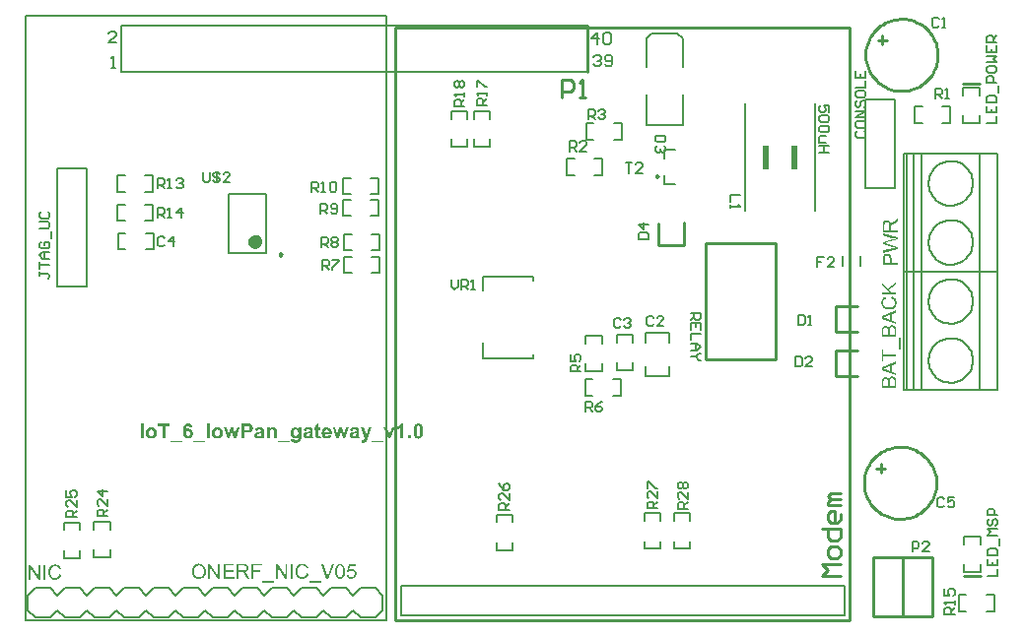
<source format=gto>
%FSTAX24Y24*%
%MOMM*%
%SFA1B1*%

%IPPOS*%
%ADD39C,0.250000*%
%ADD40C,0.599999*%
%ADD41C,0.250000*%
%ADD42C,0.200000*%
%ADD43C,0.180000*%
%ADD44C,0.200000*%
%ADD45C,0.130000*%
%ADD46C,0.170000*%
%ADD47C,0.170000*%
%ADD48R,0.499999X1.999996*%
%LNiot_6_lowpan_gateway_v01-1*%
%LPD*%
G36*
X336599Y180599D02*
X334399D01*
X330599Y189899*
X333199*
X334999Y185099*
X335499Y183499*
Y183599*
Y183699*
X335599Y183899*
X335699Y184099*
Y184199*
Y184299*
Y184399*
X335799Y184499*
Y184599*
X335899Y184799*
X335999Y185099*
X337799Y189899*
X340299*
X336599Y180599*
G37*
G36*
X204099D02*
X201699D01*
X200099Y186499*
X198599Y180599*
X196199*
X193299Y189899*
X195599*
X197399Y183799*
X198999Y189899*
X201399*
X202899Y183799*
X204699Y189899*
X207099*
X204099Y180599*
G37*
G36*
X297699D02*
X295299D01*
X293699Y186499*
X2921Y180599*
X289699*
X286799Y189899*
X289199*
X290899Y183799*
X292499Y189899*
X294899*
X296499Y183799*
X298199Y189899*
X300699*
X297699Y180599*
G37*
G36*
X316999Y180899D02*
X316399Y179299D01*
Y179199*
X316299Y178999*
X316199Y178899*
X316099Y178599*
X315999Y178399*
X315899Y178299*
X315799Y178099*
X315699Y177999*
Y177899*
X315599Y1778*
X315399Y177599*
X315099Y177399*
Y177299*
X314999*
X314899Y177199*
X314699*
X314599Y177099*
X314399Y176999*
X314199*
X314099Y176899*
X313999*
X313799*
X313699*
X313499Y176799*
X313199*
X312799*
X312699*
X312499*
X312299*
X312099Y176899*
X311599Y176999*
X311399Y178899*
X311499*
X311599*
X311699Y178799*
X311899*
X311999*
X312399*
X312499*
X312699*
X312899*
X313099Y178899*
X313299Y178999*
X313499Y179099*
X313699Y179299*
Y179399*
X313799Y179499*
X313899Y179599*
X313999Y179799*
X314099Y179999*
X314199Y180299*
X314299Y180599*
X310799Y189899*
X313399*
X315599Y183299*
X317799Y189899*
X320299*
X316999Y180899*
G37*
G36*
X305999Y190099D02*
X306099D01*
X306499Y189999*
X306899*
X307299Y189899*
X307699Y189799*
X307899Y189699*
X307999*
X308099Y189599*
X308199*
X308299Y189499*
X308499Y189399*
X308699Y189299*
X308899Y189099*
X308999Y188899*
X309199Y188699*
Y188599*
X309299Y188399*
Y188299*
Y188199*
X309399Y188099*
Y187899*
Y187699*
X309499Y187499*
Y187299*
Y186999*
Y186799*
Y186499*
Y183599*
Y183499*
Y183399*
Y183199*
Y182899*
Y182599*
Y182299*
Y181999*
X309599Y181799*
Y181699*
Y181599*
X309699Y181399*
Y181199*
X309799Y180999*
X309899Y180799*
X309999Y180599*
X307599*
Y180699*
X307499Y180799*
Y180899*
Y180999*
X307399Y181099*
Y181299*
X307299*
Y181399*
Y181499*
Y181599*
X307199*
Y181499*
X306999Y181399*
X306899Y181199*
X306699Y181099*
X306399Y180899*
X306199Y180799*
X305899Y180699*
Y180599*
X305799*
X305599*
X305499Y180499*
X305199*
X304999Y180399*
X304699*
X304399*
X304199*
X304099*
X303999*
X303899*
X303599Y180499*
X303199Y180599*
X302799Y180699*
X302499Y180899*
X302099Y181099*
Y181199*
X301999Y181299*
X301899Y181399*
X301699Y181699*
X301599Y181899*
X301399Y182299*
X301299Y182699*
Y182899*
Y183099*
Y183199*
Y183399*
X301399Y183599*
Y183799*
X301499Y183999*
Y184199*
X301699Y184499*
Y184599*
X301799Y184699*
X301999Y184799*
X302099Y184999*
X302299Y185099*
X302499Y185299*
X302699Y185399*
X302799Y185499*
X302999*
X303199Y185599*
X303499Y185699*
X303799Y185799*
X304199Y185899*
X304699Y185999*
X3048*
X304999Y186099*
X305099*
X305299*
X305599Y186199*
X305999Y186299*
X306399Y186399*
X306799Y186499*
X306999Y186599*
X307099*
Y186899*
Y186999*
Y187099*
X306999Y187299*
Y187399*
X306899Y187599*
X306799Y187699*
X306699Y187899*
X306599*
X306499Y187999*
X306399*
X306199Y188099*
X305999*
X305699Y188199*
X305399*
X305299*
X305199*
X304999Y188099*
X304899*
X304699*
X304499Y187999*
X304399Y187899*
X304299*
X304199Y187799*
Y187699*
X303999Y187599*
Y187399*
X303899Y187199*
X303799Y186999*
X301599Y187399*
Y187499*
Y187599*
X301699Y187699*
Y187899*
X301899Y188199*
X301999Y188499*
X302299Y188799*
X302499Y189099*
X302799Y189399*
X302899*
Y189499*
X302999*
X303099Y189599*
X303199*
X303399Y189699*
X303499*
X303699Y189799*
X303899Y189899*
X304099*
X304399Y189999*
X304699*
X304999*
X305199Y190099*
X305899*
X305999*
G37*
G36*
X347599Y180599D02*
X345099D01*
Y189899*
Y189799*
X344999*
Y189699*
X344899Y189599*
X344699Y189499*
X344599Y189399*
X344399Y189299*
X344199Y189099*
X343999Y188999*
X343699Y188899*
X343499Y188699*
X343199Y188499*
X342599Y188299*
X341899Y187999*
Y190199*
X341999*
Y190299*
X342099*
X342299Y190399*
X342499Y1905*
X3429Y190599*
X343199Y190799*
X343599Y191099*
X343999Y191399*
X344099*
Y191499*
X344199Y191599*
X344399Y191699*
X344599Y191999*
X344899Y192299*
X345099Y192599*
X345399Y192999*
X345599Y193499*
X347599*
Y180599*
G37*
G36*
X354199D02*
X351799D01*
Y182999*
X354199*
Y180599*
G37*
G36*
X235899Y190099D02*
X236099Y189999D01*
X236299*
X236599Y189899*
X236799*
X237099Y189799*
X237199Y189699*
X237299*
X237499Y189599*
X237599Y189499*
X237799Y189299*
X237999Y189199*
X238099Y188999*
X238199Y188899*
X238299Y188699*
X238399Y188599*
X238499Y188399*
X238599Y188199*
Y187999*
Y187899*
X238699Y187699*
Y187599*
Y187299*
Y186999*
X238799Y186699*
Y186299*
Y180599*
X236299*
Y185299*
Y185399*
Y185499*
Y185699*
Y185799*
Y186099*
Y186399*
X236199Y186799*
Y186999*
Y187099*
X236099Y187199*
Y187299*
Y187399*
X235999Y187499*
X235799Y187699*
X235699Y187799*
X235599Y187899*
Y187999*
X235499*
X235399Y188099*
X235199*
X235099*
X234899Y188199*
X234799*
X234599*
X234499*
X234399Y188099*
X234199*
X233999Y187999*
X233799Y187899*
X233599Y187799*
X233499*
X233399Y187699*
X233299Y187599*
X233199Y187399*
X233099Y187299*
X232999Y187099*
X232899Y186899*
Y186799*
Y186599*
X232799Y186399*
Y186299*
Y186099*
Y185899*
Y185699*
Y185499*
X232699Y185299*
Y184999*
Y184799*
Y180599*
X230299*
Y189899*
X232599*
Y188499*
Y188599*
X232699*
X232799Y188699*
X232899Y188899*
X232999Y188999*
X233199Y189099*
X233399Y189299*
X233599Y189399*
X233799Y189599*
X234099Y189699*
X234299Y189799*
X234599Y189899*
X234899Y189999*
X235299Y190099*
X235599*
X235699*
X235899*
G37*
G36*
X236599Y056499D02*
X226299D01*
Y057599*
X236599*
Y056499*
G37*
G36*
X276699D02*
X266499D01*
Y057599*
X276699*
Y056499*
G37*
G36*
X172199Y072799D02*
X172299D01*
X172499Y072699*
X172699*
X172899*
X173399Y072599*
X173999Y072399*
X174499Y072199*
X174799Y072099*
X174999Y071899*
X175099*
X175199Y071799*
X175299*
X175399Y071699*
X175499Y071599*
X175799Y071299*
X176199Y070999*
X176499Y070599*
X176899Y070099*
X177199Y069599*
Y069499*
X177299Y069299*
Y069199*
X177399Y068999*
X177499Y068799*
Y068599*
X177599Y068399*
X177699Y068099*
Y067799*
X1778Y067499*
X177899Y066899*
Y066199*
Y066099*
Y065999*
Y065899*
Y065699*
Y065499*
X1778Y065299*
Y065099*
X177699Y064499*
X177599Y063999*
X177399Y063399*
X177299Y063099*
X177099Y062799*
Y062699*
X176999Y062599*
Y062499*
X176899Y062399*
X176799Y062299*
X176599Y061899*
X176199Y061599*
X175899Y061199*
X175399Y060799*
X174899Y060499*
X174799Y060399*
X174699*
X174599Y060299*
X174399*
X174199Y060199*
X173999Y060099*
X173799Y059999*
X173599*
X172999Y059899*
X172499Y059799*
X171899Y059699*
X171699*
X171599*
X171399*
X171199Y059799*
X170999*
X170799*
X170299Y059899*
X169799Y060099*
X169199Y060299*
X168999Y060399*
X168699Y060599*
X168599*
Y060699*
X168499Y060799*
X168299*
X168199Y060899*
X167899Y061199*
X167599Y061499*
X167199Y061899*
X166899Y062399*
X166599Y062899*
X166499Y062999*
Y063099*
X166399Y063199*
Y063299*
X166299Y0635*
Y063699*
X166199Y063899*
X166099Y064099*
Y064299*
X165999Y064899*
X165899Y065399*
X165799Y066099*
Y066199*
X165899Y066399*
Y066599*
Y066899*
Y067199*
X165999Y067499*
X166099Y067899*
Y068299*
X166199Y068699*
X166399Y069099*
X166599Y069499*
X166699Y069899*
X166999Y070299*
X167199Y070599*
X167499Y070999*
X167599Y071099*
X167699*
X167799Y071299*
X167999Y071399*
X168199Y071499*
X168399Y071699*
X168699Y071899*
X168999Y071999*
X169299Y072199*
X169699Y072399*
X170099Y072499*
X170499Y072599*
X170899Y072699*
X171399Y072799*
X171899*
X171999*
X172199*
G37*
G36*
X048799Y071999D02*
X048899D01*
X049099*
X049299Y071899*
X049599*
X050099Y071799*
X050599Y071599*
X050899Y071499*
X051099Y071399*
X051399Y071199*
X051599Y070999*
X051699*
X051799*
X051899Y070899*
X051999Y070799*
X052099Y070599*
X052199Y070499*
X052399Y070399*
X052499Y070199*
X052599Y069899*
X052799Y069699*
X052999Y069499*
X053099Y069199*
X053199Y068899*
X053299Y068699*
X053499Y068299*
X051799Y067899*
Y067999*
Y068099*
X051699Y068199*
Y068299*
X051599Y068399*
X051499Y068699*
X051299Y068999*
X051099Y069399*
X0508Y069699*
X050499Y069899*
Y069999*
X050399Y070099*
X050199Y070199*
X049999Y070299*
X049599Y070399*
X049299Y070499*
X048899Y070599*
X048399*
X048299*
X048199*
X048099*
X047899*
X047599Y070499*
X047199Y070399*
X046799Y070299*
X046399Y070099*
X045999Y069899*
X045899Y069799*
X045799Y069699*
X045699Y069599*
X045499Y069399*
X045199Y069099*
X044999Y068799*
X044799Y068399*
X044599Y067999*
Y067899*
Y067799*
X044499Y067699*
Y067599*
X044399Y067299*
Y066899*
X044299Y066499*
Y066099*
X044199Y065599*
Y065499*
Y065399*
Y065299*
X044299Y065199*
Y064999*
Y064799*
Y064599*
Y064199*
X044399Y063699*
X044499Y063199*
X044699Y062799*
Y062699*
X044799Y062599*
X044899Y062399*
X045099Y062099*
X045299Y061799*
X045499Y061499*
X045799Y061199*
X046099Y060999*
X046199*
X046299Y060899*
X046399Y060799*
X046499*
X046799Y060699*
X047099Y060599*
X047499Y060499*
X047899Y060399*
X048299*
X048399*
X048499*
X048699*
X048799*
X049099Y060499*
X049499Y060599*
X049899Y060699*
X050299Y060899*
X050499Y060999*
X050699Y061199*
X0508Y061299*
X050899Y061399*
X050999Y061499*
X051099Y061599*
X051199Y061799*
X051299Y061999*
X051399Y062099*
X051499Y062299*
X051599Y062499*
X051699Y062799*
X051799Y062999*
X051899Y063299*
X051999Y063599*
X053699Y063199*
Y063099*
X053599Y062999*
Y062799*
X053499Y062699*
X053399Y062499*
X053299Y062199*
X053199Y061999*
X052999Y061499*
X052599Y060999*
X052399Y060699*
X052199Y060499*
X051999Y060299*
X051799Y059999*
X051699*
X051599*
X051499Y059899*
X051399Y059799*
X051199Y059699*
X050999Y059599*
X0508Y059499*
X050599Y059399*
X050399Y059299*
X050099Y059199*
X049799Y059099*
X049499*
X049199Y058999*
X048799*
X048399*
X048199*
X048099*
X047899*
X047699*
X047499*
X047299Y059099*
X046699Y059199*
X046199Y059299*
X045599Y059499*
X045399Y059599*
X045099Y059799*
X044999Y059899*
X044899Y059999*
X044799*
X044699Y060099*
X044499Y060299*
X044399Y060399*
X044299Y060599*
X044099Y060699*
X043799Y061199*
X043499Y061599*
X043199Y062199*
X043099Y062299*
Y062399*
Y062499*
X042999Y062599*
Y062799*
X042899Y062999*
Y063199*
X042799Y063399*
X042699Y063699*
X042599Y064299*
Y064899*
X042499Y065599*
Y065699*
Y065799*
Y065899*
Y066099*
X042599Y066299*
Y066499*
Y066699*
X042699Y067299*
X042799Y067899*
X042999Y068399*
X043299Y068999*
Y069099*
X043399Y069199*
X043499Y069399*
X043599Y069499*
X043799Y069799*
X044099Y070199*
X044499Y070599*
X044899Y070899*
X045399Y071199*
Y071299*
X045499*
X045599Y071399*
X045799*
X045899Y071499*
X046099Y071599*
X046299*
X046499Y071699*
X046799Y071799*
X047299Y071899*
X047899Y071999*
X048499*
X048599*
X048799*
G37*
G36*
X162999Y193399D02*
X163199D01*
X163299*
X163599*
X163999Y193299*
X164399Y193099*
X164799Y192899*
X164999Y192799*
X165199Y192599*
X165299Y192499*
X165399Y192399*
X165499Y192299*
X165699Y191999*
X165899Y191699*
X166099Y191299*
X166299Y190799*
X166399Y190299*
X164099Y189999*
X163999Y190099*
Y190199*
Y190399*
X163899Y190599*
X163799Y190799*
X163699Y190899*
X163599Y191099*
X163499*
X163399Y191199*
X163299Y191299*
X163199*
X162999Y191399*
X162799*
X162599*
X162499*
X162399*
X162199Y191299*
X161999*
X161699Y191099*
X161499Y190999*
X161299Y190699*
Y190599*
X161199*
Y1905*
X161099Y190399*
Y190299*
X160999Y190099*
Y189899*
X160899Y189699*
Y189499*
X160799Y189199*
X160699Y188899*
Y188599*
Y188199*
X160599Y187799*
X160699*
Y187899*
X160799Y187999*
X160899Y188099*
X160999Y188199*
X161299Y188399*
X161599Y188599*
X161999Y188699*
X162199Y188799*
X162399Y188899*
X162699*
X162899*
X163099*
X163199*
X163299*
X163499*
X163699Y188799*
X163799*
X164199Y188599*
X164499Y188499*
X164699Y188399*
X164899Y188299*
X1651Y188099*
X165399Y187899*
X165599Y187699*
X165699Y187599*
Y187499*
X165799Y187399*
X165899Y187299*
X165999Y187099*
X166099Y186899*
X166199Y186699*
X166299Y186499*
X166399Y186199*
X166499Y185899*
X166599Y185699*
Y185399*
X166699Y184999*
Y184699*
Y184599*
Y184499*
Y184399*
X166599Y184199*
Y183999*
Y183799*
X166499Y183599*
X166399Y182999*
X166299Y182799*
X166199Y182499*
X165999Y182299*
X165899Y181999*
X165699Y181699*
X165499Y181499*
X165399*
Y181399*
X165299Y181299*
X165199Y181199*
X164999Y181099*
X164899Y180999*
X164699Y180899*
X164499Y180799*
X164299Y180699*
X163999Y180599*
X163799Y180499*
X163499Y180399*
X163199*
X162899*
X162499Y180299*
X162399*
Y180399*
X162199*
X162099*
X161899*
X161699Y180499*
X161399*
X161199Y180599*
X160899Y180699*
X160599Y180799*
X160399Y180999*
X160099Y181099*
X159799Y181299*
X159599Y181599*
X159299Y181799*
Y181899*
X159199Y181999*
Y182099*
X158999Y182299*
X158899Y182499*
X158799Y182699*
X158699Y182999*
X158599Y183399*
X158499Y183699*
X158399Y184099*
X158299Y184599*
X158199Y185099*
Y185599*
X158099Y186199*
Y186799*
Y186899*
Y187099*
Y187399*
Y187699*
X158199Y187999*
Y188399*
X158299Y188799*
Y189199*
X158399Y189599*
X158499Y189999*
X158699Y190399*
X158799Y190799*
X158999Y191199*
X159199Y191599*
X159399Y191899*
Y191999*
X159499*
X159599Y192099*
X159799Y192299*
X159899Y192399*
X160099Y192499*
X160299Y192699*
X160499Y192799*
X160799Y192999*
X161099Y193099*
X161399Y193199*
X161699Y193299*
X161999Y193399*
X162399*
X162799Y193499*
X162899*
X162999Y193399*
G37*
G36*
X040099Y059199D02*
X038399D01*
Y071799*
X040099*
Y059199*
G37*
G36*
X035299D02*
X033599D01*
X026999Y069099*
Y059199*
X0254*
Y071799*
X027099*
X033699Y061899*
Y071799*
X035299*
Y059199*
G37*
G36*
X266199Y190099D02*
X266299D01*
X2667Y189999*
X267099*
X267499Y189899*
X267899Y189799*
X267999Y189699*
X268199*
X268299Y189599*
X268499Y189499*
X268699Y189399*
X268899Y189299*
X268999Y189099*
X269199Y188899*
X269399Y188699*
Y188599*
X269499Y188399*
Y188299*
Y188199*
X269599Y188099*
Y187899*
Y187699*
Y187499*
X269699Y187299*
Y186999*
Y186799*
Y186499*
Y183599*
Y183499*
Y183399*
Y183199*
Y182899*
Y182599*
Y182299*
Y181999*
X269799Y181799*
Y181699*
Y181599*
X269899Y181399*
Y181199*
X269999Y180999*
X270099Y180799*
X270199Y180599*
X267799*
Y180699*
X267699Y180799*
Y180899*
X267599Y180999*
Y181099*
X267499Y181299*
Y181399*
Y181499*
Y181599*
X267399*
X267299Y181499*
X267199Y181399*
X266999Y181199*
X266799Y181099*
X266599Y180899*
X266399Y180799*
X266099Y180699*
Y180599*
X265999*
X265799*
X265599Y180499*
X265399*
X265199Y180399*
X264899*
X264599*
X264399*
X264299*
X264199*
X264099*
X263799Y180499*
X263399Y180599*
X262999Y180699*
X262599Y180899*
X262299Y181099*
Y181199*
X262199Y181299*
X261999Y181399*
X261899Y181699*
X261799Y181899*
X261599Y182299*
X261499Y182699*
Y182899*
Y183099*
Y183199*
Y183399*
Y183599*
X261599Y183799*
Y183999*
X261699Y184199*
X261899Y184499*
Y184599*
X261999Y184699*
X262099Y184799*
X262299Y184999*
X262499Y185099*
X262699Y185299*
X262899Y185399*
X262999Y185499*
X263199*
X263399Y185599*
X263699Y185699*
X263999Y185799*
X264399Y185899*
X264899Y185999*
X264999*
X265099Y186099*
X265299*
X265499*
X265799Y186199*
X266199Y186299*
X266599Y186399*
X266999Y186499*
X267099Y186599*
X267299*
Y186899*
Y186999*
Y187099*
X267199Y187299*
Y187399*
X267099Y187599*
X266999Y187699*
X266899Y187899*
X266799*
X2667Y187999*
X266599*
X266399Y188099*
X266199*
X265899Y188199*
X265599*
X265499*
X265399*
X265199Y188099*
X264999*
X264899*
X264699Y187999*
X264499Y187899*
X264399Y187799*
X264299Y187699*
X264199Y187599*
X264099Y187399*
X263999Y187199*
Y186999*
X261799Y187399*
Y187499*
Y187599*
X261899Y187699*
Y187899*
X261999Y188199*
X262199Y188499*
X262499Y188799*
X262699Y189099*
X262999Y189399*
X263099*
Y189499*
X263199*
X263299Y189599*
X263399*
X263599Y189699*
X263699*
X263899Y189799*
X264099Y189899*
X264299*
X264599Y189999*
X264799*
X265099*
X265399Y190099*
X265999*
X266199*
G37*
G36*
X254699D02*
X254899D01*
X254999Y189999*
X255199*
X255399Y189899*
X255599*
X255799Y189799*
X255999Y189699*
X256299Y189599*
X256499Y189399*
X256699Y189299*
X256999Y188999*
X257199Y188799*
X257399Y188499*
Y189899*
X259699*
Y181499*
Y181399*
Y181299*
Y181099*
Y180999*
Y180599*
X259599Y180199*
Y179799*
X259499Y179399*
Y179199*
X259399Y179099*
Y178999*
Y178899*
X259299Y178799*
X259199Y178599*
X259099Y178399*
X258999Y178199*
X258799Y177999*
X258699Y1778*
X258599*
Y177699*
X258499Y177599*
X258299Y177499*
X258099Y177399*
X257899Y177299*
X257699Y177199*
X257399Y177099*
X257299*
X257199Y176999*
X256999*
X256799Y176899*
X256499*
X256099Y176799*
X255699*
X255299*
X255099*
X254899*
X254699*
X254499*
X254299Y176899*
X254*
X253399Y176999*
X252899Y177099*
X252599Y177199*
X252399Y177399*
X252099Y177499*
X251899Y177599*
X251799Y1778*
X251599Y177899*
X251499Y178199*
X251299Y178499*
X251099Y178799*
X250999Y179199*
Y179399*
Y179699*
Y179799*
Y179899*
Y179999*
X253799Y179599*
Y179499*
Y179399*
X253899Y179099*
X254Y178999*
X254099*
Y178899*
X254199*
X254299*
X254399Y178799*
X254499*
X254699Y178699*
X254899*
X255199*
X255399*
X255499*
X255699*
X255999Y178799*
X256199*
X256399Y178899*
X256599Y178999*
X256699*
X256799Y179099*
X256899Y179199*
X256999Y179299*
Y179499*
X257099Y179599*
Y179699*
X257199*
Y179899*
Y179999*
Y180199*
X257299Y180399*
Y180699*
Y182099*
X257199*
Y181999*
X257099Y181899*
X256999Y181799*
Y181699*
X256799Y181599*
X256699Y181499*
X256499Y181299*
X256299Y181199*
X256099Y181099*
X255599Y180799*
X255399Y180699*
X255099Y180599*
X254799*
X254499*
X254399*
X254299*
X254199*
X254*
X253799Y180699*
X253599*
X253399Y180799*
X253199Y180899*
X252899Y180999*
X252699Y181099*
X252399Y181199*
X252199Y181399*
X251999Y181599*
X251699Y181899*
X251499Y182099*
Y182199*
X251399Y182299*
Y182399*
X251299Y182499*
X251199Y182599*
Y182799*
X251099Y182999*
X250999Y183199*
X250899Y183499*
Y183699*
X250799Y183999*
X250699Y184599*
Y184899*
Y185299*
Y185399*
Y185499*
Y185599*
Y185799*
Y186099*
X250799Y186299*
Y186599*
X250899Y187199*
X250999Y187499*
X251099Y187799*
X251299Y187999*
X251399Y188299*
X251599Y188599*
X251799Y188799*
Y188899*
X251899*
X251999Y188999*
X252099Y189099*
X252199Y189199*
X252399Y189299*
X252499Y189499*
X252699Y189599*
X252999Y189699*
X253399Y189899*
X253699Y189999*
X254*
X254299Y190099*
X254599*
X254699*
G37*
G36*
X360699Y193399D02*
X360799D01*
X360999*
X361199*
X361399Y193299*
X361699Y193199*
X361899Y193099*
X362099Y192999*
X362399Y192899*
X362599Y192699*
X362899Y192599*
X363099Y192399*
X363299Y192099*
X363399Y191999*
X363499Y191799*
X363599Y191599*
X363699Y191399*
X363799Y191199*
X363899Y190899*
X363999Y1905*
X364099Y190099*
X364199Y189699*
X364299Y189199*
X364399Y188699*
X364499Y188199*
Y187599*
Y186899*
Y186799*
Y186699*
Y186499*
Y186299*
Y185999*
Y185599*
X364399Y185299*
Y184899*
X364299Y184399*
X364199Y183999*
X364099Y183599*
X363999Y183099*
X363899Y182699*
X363699Y182299*
X363499Y181999*
X363299Y181599*
X363199*
Y181499*
X363099Y181399*
X362999*
X362899Y181199*
X362699Y181099*
X362499Y180999*
X362299Y180899*
X362099Y180699*
X361899Y180599*
X361599Y180499*
X361299*
X360999Y180399*
X360699*
X360399Y180299*
X360299*
X360199Y180399*
X360099*
X359899*
X359699*
X359499*
X359299Y180499*
X359099Y180599*
X358799Y180699*
X358599Y180799*
X358299Y180899*
X358099Y181099*
X357799Y181299*
X357599Y181499*
X357399Y181799*
X357299*
X357199Y181899*
Y181999*
X357099Y182199*
X356999Y182399*
X356899Y182699*
X356799Y182899*
X356699Y183299*
X356599Y183599*
X356499Y184099*
X356399Y184499*
X356299Y185099*
Y185599*
X356199Y186199*
Y186899*
Y186999*
Y187099*
Y187299*
Y187499*
X356299Y187799*
Y188099*
Y188499*
X356399Y188899*
Y189399*
X356499Y189799*
X356599Y190199*
X356699Y190599*
X356899Y191099*
X357099Y191399*
X357199Y191799*
X357499Y192099*
Y192199*
X357599Y192299*
X357699*
X357799Y192399*
X357899Y192599*
X358099Y192699*
X358199Y192799*
X358399Y192899*
X358599Y192999*
X358899Y193099*
X359099Y193299*
X359399*
X359699Y193399*
X359999*
X360399Y193499*
X360599*
X360699Y193399*
G37*
G36*
X131299Y190099D02*
X131499Y189999D01*
X131699*
X131999*
X132199Y189899*
X132499Y189799*
X132799Y189699*
X132999Y189599*
X133299Y189499*
X133599Y189299*
X133899Y189099*
X134199Y188899*
X134499Y188699*
Y188599*
X134599*
X134699Y188499*
X134799Y188299*
X134899Y188199*
X134999Y187999*
X135099Y187799*
X135199Y187499*
X135399Y187299*
X135499Y186999*
X135599Y186699*
X135699Y186299*
Y185999*
X135799Y185599*
Y185199*
Y185099*
Y184999*
Y184899*
Y184699*
X135699Y184499*
Y184299*
X135599Y183999*
Y183699*
X135499Y183499*
X135399Y183199*
X135199Y182899*
X135099Y182599*
X134899Y182299*
X134699Y181999*
X134399Y181699*
X134299Y181599*
X134199Y181499*
X134099Y181399*
X133899Y181299*
X133699Y181199*
X133499Y181099*
X133299Y180899*
X132999Y180799*
X132699Y180699*
X132399Y180599*
X132099Y180499*
X131699Y180399*
X131399*
X130999*
X130899*
X130799*
X130699*
X130499*
X130199*
X129799Y180499*
X129399Y180599*
X128999Y180799*
X128599Y180899*
X128499*
Y180999*
X128399Y181099*
X128199Y181199*
X127899Y181399*
X127599Y181599*
X127299Y181899*
X127099Y182199*
X126799Y182599*
Y182699*
X126699*
Y182799*
Y182899*
X126599Y183099*
Y183199*
X126499Y183399*
Y183599*
X126399Y183799*
X126299Y184199*
X126199Y184799*
Y185399*
Y185499*
Y185599*
Y185699*
Y185799*
X126299Y186099*
X126399Y186499*
X126499Y186899*
X126599Y187299*
X126799Y187699*
Y187799*
X126899*
Y187899*
X127099Y188099*
X127199Y188399*
X127499Y188599*
X127799Y188899*
X128099Y189199*
X128499Y189499*
X128599*
X128699Y189599*
X128799*
X128899*
X129099Y189699*
X129199Y189799*
X129599Y189899*
X129999Y189999*
X130499Y190099*
X130999*
X131199*
X131299*
G37*
G36*
X330699Y176999D02*
X320399D01*
Y178599*
X330699*
Y176999*
G37*
G36*
X157399D02*
X147199D01*
Y178599*
X157399*
Y176999*
G37*
G36*
X177399D02*
X167099D01*
Y178599*
X177399*
Y176999*
G37*
G36*
X249999D02*
X239799D01*
Y178599*
X249999*
Y176999*
G37*
G36*
X188099Y190099D02*
X188299Y189999D01*
X188499*
X188699*
X188999Y189899*
X189199Y189799*
X189499Y189699*
X189799Y189599*
X190099Y189499*
X190399Y189299*
X190699Y189099*
X190899Y188899*
X191199Y188699*
X191299Y188599*
X191399Y188499*
X191499Y188299*
X191599Y188199*
X191799Y187999*
X191899Y187799*
X191999Y187499*
X192099Y187299*
X192199Y186999*
X192399Y186699*
Y186299*
X192499Y185999*
Y185599*
X192599Y185199*
Y185099*
Y184999*
X192499Y184899*
Y184699*
Y184499*
X192399Y184299*
Y183999*
X192299Y183699*
X192199Y183499*
X192099Y183199*
X191999Y182899*
X191799Y182599*
X191599Y182299*
X191399Y181999*
X191199Y181699*
X191099*
Y181599*
X190899Y181499*
X190799Y181399*
X190599Y181299*
X1905Y181199*
X190299Y181099*
X189999Y180899*
X189799Y180799*
X189499Y180699*
X189199Y180599*
X188899Y180499*
X188499Y180399*
X188099*
X187799*
X187599*
X187499*
X187399*
X187299*
X186999*
X186599Y180499*
X186199Y180599*
X185799Y180799*
X185299Y180899*
Y180999*
X185199*
X185099Y181099*
X184899Y181199*
X184699Y181399*
X184399Y181599*
X184099Y181899*
X183799Y182199*
X183599Y182599*
X183499Y182699*
Y182799*
X183399Y182899*
Y183099*
X183299Y183199*
Y183399*
X183199Y183599*
X183099Y183799*
Y184199*
X182999Y184799*
Y185399*
Y185499*
Y185599*
Y185699*
Y185799*
Y186099*
X183099Y186499*
X183199Y186899*
X183399Y187299*
X183599Y187699*
Y187799*
X183699Y187899*
X183799Y188099*
X183999Y188399*
X184199Y188599*
X184499Y188899*
X184899Y189199*
X185299Y189499*
X185399*
X185499Y189599*
X185599*
X185699*
X185799Y189699*
X185999Y189799*
X186399Y189899*
X186799Y189999*
X187199Y190099*
X187699*
X187899*
X188099*
G37*
G36*
X180999Y180599D02*
X178499D01*
Y193399*
X180999*
Y180599*
G37*
G36*
X213399Y193399D02*
X213799D01*
X214299Y193299*
X214899*
X215099*
X215299*
X215499Y193199*
X215599*
X215699*
X215799Y193099*
X215999Y192999*
X216299Y192899*
X216599Y192799*
X216899Y192499*
X217199Y192299*
X217499Y191899*
X217599Y191799*
X217699Y191599*
Y191499*
X217799Y191399*
X217899Y191299*
X217999Y190899*
X218099Y1905*
X218199Y189999*
Y189399*
Y189299*
Y189199*
Y189099*
Y188999*
Y188799*
X218099Y188399*
Y188099*
X217899Y187799*
X217799Y187399*
X217699Y187299*
X217599Y187199*
X217499Y186999*
X217299Y186799*
X217099Y186599*
X216899Y186399*
X216699Y186199*
X216599Y186099*
X216499Y185999*
X216299Y185899*
X216099Y185799*
X2159Y185699*
X215599Y185599*
X215399*
X215299*
X215199*
X215099Y185499*
X214999*
X214899*
X214699*
X214499*
X214299*
X214099Y185399*
X213899*
X213599*
X213299*
X210999*
Y180599*
X208399*
Y193399*
X213099*
X213399*
G37*
G36*
X224399Y190099D02*
X224499D01*
X224899Y189999*
X225299*
X225699Y189899*
X226099Y189799*
X226199Y189699*
X226399*
Y189599*
X226499*
X226699Y189499*
X226799Y189399*
X227099Y189299*
X227199Y189099*
X227399Y188899*
X227599Y188699*
Y188599*
X227699Y188399*
Y188299*
Y188199*
X227799Y188099*
Y187899*
Y187699*
Y187499*
Y187299*
X227899Y186999*
Y186799*
Y186499*
X227799Y183599*
Y183499*
Y183399*
Y183199*
X227899Y182899*
Y182599*
Y182299*
Y181999*
X227999Y181799*
Y181699*
Y181599*
X228099Y181399*
Y181199*
X228199Y180999*
X228299Y180799*
X228399Y180599*
X225999*
X225899Y180699*
Y180799*
Y180899*
X225799Y180999*
Y181099*
X225699Y181299*
Y181399*
Y181499*
X225599Y181599*
X225499Y181499*
X225399Y181399*
X225199Y181199*
X224999Y181099*
X224799Y180899*
X224599Y180799*
X224299Y180699*
Y180599*
X224199*
X223999*
X223799Y180499*
X223599*
X223299Y180399*
X223099*
X222799*
X222599*
X222499*
X222399*
X222299*
X221899Y180499*
X221599Y180599*
X221199Y180699*
X220799Y180899*
X220499Y181099*
Y181199*
X220399Y181299*
X220199Y181399*
X220099Y181699*
X219899Y181899*
X219799Y182299*
X219699Y182699*
Y182899*
Y183099*
Y183199*
Y183399*
Y183599*
X219799Y183799*
Y183999*
X219899Y184199*
X220099Y184499*
Y184599*
X220199Y184699*
X220299Y184799*
X220499Y184999*
X220599Y185099*
X220799Y185299*
X221099Y185399*
X221199Y185499*
X221399*
X221599Y185599*
X221899Y185699*
X222199Y185799*
X222599Y185899*
X223099Y185999*
X223199*
X223299Y186099*
X223499*
X223599*
X223999Y186199*
X224399Y186299*
X224799Y186399*
X225199Y186499*
X225299Y186599*
X225499*
Y186899*
Y186999*
X225399Y187099*
Y187299*
Y187399*
X225299Y187599*
X225199Y187699*
X225099Y187899*
X224999*
X224899Y187999*
X224799*
X224599Y188099*
X224399*
X224099Y188199*
X223799*
X223699*
X223599*
X223399Y188099*
X223199*
X223099*
X222899Y187999*
X222699Y187899*
X222599Y187799*
X222499Y187699*
X222399Y187599*
X222299Y187399*
X222199Y187199*
X222099Y186999*
X219899Y187399*
X219999Y187499*
Y187599*
X220099Y187699*
Y187899*
X220199Y188199*
X220399Y188499*
X220599Y188799*
X220899Y189099*
X221199Y189399*
X221299*
Y189499*
X221399*
X221499Y189599*
X221599*
X221799Y189699*
X221899*
X222099Y189799*
X222299Y189899*
X222499*
X222799Y189999*
X222999*
X223299*
X223599Y190099*
X224199*
X224399*
G37*
G36*
X146999Y191199D02*
X143199D01*
Y180599*
X140599*
Y191199*
X136799*
Y193399*
X146999*
Y191199*
G37*
G36*
X274699Y189899D02*
X276399D01*
Y187899*
X274699*
Y184099*
Y183999*
Y183799*
Y183599*
Y183299*
Y183099*
Y182899*
Y182799*
X274799*
Y182699*
Y182599*
X274999Y182499*
X275099*
X275199Y182399*
X275399*
X275499*
X275599*
X275799Y182499*
X275899*
X276099Y182599*
X276399*
X276599Y180699*
X276499*
X276399*
X276299Y180599*
X275999*
X275699Y180499*
X275399Y180399*
X274999*
X274599*
X274499*
X274399*
X274199*
X273999*
X273799Y180499*
X273599*
X273399Y180599*
X273299*
Y180699*
X273099*
X272899Y180899*
X272799Y180999*
X272599Y181199*
Y181299*
X272499Y181399*
Y181599*
X272399Y181699*
X272299Y181899*
Y182099*
Y182199*
Y182299*
Y182499*
Y182699*
Y182999*
X272199Y183199*
Y183399*
Y183599*
Y183899*
Y187899*
X271099*
Y189899*
X272199*
Y191699*
X274699Y193199*
Y189899*
G37*
G36*
X281999Y190099D02*
X282099Y189999D01*
X282299*
X282499*
X282799Y189899*
X282999Y189799*
X283299Y189699*
X283599Y189599*
X283899Y189499*
X284099Y189299*
X284399Y189099*
X284599Y188899*
X284899Y188699*
Y188599*
X284999Y188499*
Y188399*
X285099Y188299*
X285199Y188099*
X285299Y187899*
X285499Y187599*
X285599Y187399*
X285699Y187099*
X285799Y186699*
X285899Y186299*
Y185899*
X285999Y185499*
Y184999*
Y184499*
X279899*
Y184399*
Y184299*
Y184099*
X279999Y183899*
Y183599*
X280099Y183299*
X280299Y182999*
X280499Y182799*
X280599Y182699*
X280699Y182599*
X280799Y182499*
X280999Y182399*
X281299Y182299*
X281599Y182199*
X281899*
X281999*
X282099*
X282199*
X282399Y182299*
X282499*
X282699Y182399*
X282799Y182499*
X282899*
Y182599*
X282999*
X283099Y182799*
X283199Y182899*
X283299Y183099*
X283399Y183299*
X283499Y183499*
X285899Y183099*
X285799Y182999*
Y182899*
Y182799*
X285699Y182699*
X285499Y182399*
X285299Y181999*
X285099Y181699*
X284799Y181399*
X284399Y181099*
Y180999*
X284299*
X284199*
X284099Y180899*
X283999*
X283899Y180799*
X283699Y180699*
X283299Y180599*
X282899Y180499*
X282399Y180399*
X281899*
X281799*
X281599*
X281499*
X281299*
X280999Y180499*
X280799*
X280499Y180599*
X280199*
X279899Y180799*
X279599Y180899*
X279299Y180999*
X278999Y181199*
X278799Y181399*
X278499Y181699*
X278299Y181899*
Y181999*
X278199*
Y182099*
X278099Y182199*
Y182299*
X277999Y182399*
X277899Y182599*
X277799Y182799*
X277699Y182999*
Y183299*
X277599Y183499*
X277499Y183799*
Y184099*
X277399Y184399*
Y184799*
Y185099*
Y185199*
Y185399*
Y185499*
Y185699*
Y185899*
X277499Y186199*
Y186499*
X277699Y186999*
X277799Y187299*
X277899Y187599*
X277999Y187899*
X278199Y188199*
X278399Y188499*
X278599Y188799*
X278699Y188899*
X278799Y188999*
X278899Y189099*
X278999Y189199*
X279199Y189299*
X2794Y189399*
X279599Y189499*
X279799Y189699*
X280099Y189799*
X280399Y189899*
X280599*
X280999Y189999*
X281299Y190099*
X281599*
X281799*
X281999*
G37*
G36*
X124299Y180599D02*
X121699D01*
Y193399*
X124299*
Y180599*
G37*
G36*
X293499Y072599D02*
X293699D01*
X293999Y072499*
X294299Y072399*
X294599Y072299*
X294899Y072199*
X294999Y072099*
X295199Y071999*
X295399Y071899*
X295599Y071699*
X295799Y071499*
X295999Y071299*
X296199Y070999*
X296299Y070899*
Y070699*
X296499Y070499*
X296599Y070199*
X296699Y069899*
X296799Y069499*
X296999Y069099*
Y068999*
Y068899*
Y068799*
Y068699*
X297099Y068499*
Y068299*
Y068099*
X297199Y067899*
Y067699*
Y067399*
Y067099*
Y066799*
Y066499*
Y066199*
Y066099*
Y065899*
Y065799*
Y065599*
Y065399*
Y065099*
Y064899*
X297099Y064299*
X296999Y063699*
X296899Y063099*
Y062799*
X296799Y062599*
Y062499*
X296699Y062399*
X296599Y062199*
Y062099*
X296399Y061799*
X296199Y061499*
X295999Y061099*
X295699Y060799*
X295399Y060499*
Y060399*
X295299*
X295199Y060299*
X295099Y060199*
X294799Y060099*
X294499Y059999*
X294099Y059799*
X293599*
X293099Y059699*
X292899*
X292799*
X292699Y059799*
X292499*
X292299*
X2921Y059899*
X291899Y059999*
X291599*
X291399Y060099*
X291099Y060299*
X290899Y060399*
X290699Y060599*
X290499Y060799*
X290299Y060999*
X290199*
Y061099*
X290099Y061199*
Y061299*
X289999Y061499*
X289899Y061699*
X289699Y061999*
X289599Y062299*
X289499Y062599*
X289399Y062999*
X289299Y063399*
X289199Y063899*
X289099Y064399*
Y064899*
X288999Y065499*
Y066199*
Y066299*
Y066399*
Y066499*
Y066699*
Y066899*
X289099Y067199*
Y067499*
Y067999*
X289199Y068599*
X289299Y069199*
X289399Y069499*
X289499Y069799*
Y069899*
X289599Y069999*
Y070099*
X289699Y070199*
X289799Y070499*
X289999Y070899*
X290199Y071199*
X290499Y071599*
X290799Y071899*
X290899*
X290999Y071999*
X291099*
X291199Y072099*
X291499Y072199*
X291799Y072399*
X292199Y072499*
X292599Y072599*
X293099*
X293299*
X293499*
G37*
G36*
X774499Y256899D02*
X773399D01*
Y267199*
X774499*
Y256899*
G37*
G36*
X759899Y252699D02*
X770999D01*
Y250999*
X759899*
Y246899*
X758399*
Y256799*
X759899*
Y252699*
G37*
G36*
X261199Y072799D02*
X261299Y072699D01*
X261499*
X261699*
X261999Y072599*
X262399Y072499*
X262999Y072399*
X263299Y072299*
X263499Y072099*
X263799Y071999*
X263999Y071799*
X264099*
X264199Y071699*
Y071599*
X264299Y071499*
X264499Y071399*
X264599Y071299*
X264699Y071099*
X264899Y070899*
X264999Y070699*
X265199Y070499*
X265299Y070299*
X265499Y069999*
X265599Y069699*
X265699Y069399*
X265799Y069099*
X264199Y068699*
Y068799*
X264099*
Y068899*
Y068999*
X263999Y069199*
X263899Y069499*
X263699Y069799*
X263499Y070099*
X263199Y070399*
X262899Y070699*
X262799Y070799*
X262599Y070899*
X262299Y070999*
X261999Y071099*
X261699Y071299*
X261299*
X260799*
X260699*
X260599*
X260399*
X260299*
X259899*
X259599Y071199*
X259199Y071099*
X258699Y070899*
X258399Y070599*
X258299*
X258199Y070499*
X257999Y070399*
X257799Y070099*
X257599Y069899*
X257399Y069599*
X257199Y069199*
X256999Y068799*
Y068699*
X256899Y068599*
Y068499*
Y068299*
X256799Y067999*
X256699Y067699*
Y067299*
X256599Y066799*
Y066299*
Y066199*
Y066099*
Y065899*
Y065799*
X256699Y065599*
Y065399*
Y064999*
X256799Y064499*
X256899Y063999*
X257099Y0635*
Y063399*
X257199Y063299*
X257299Y063099*
X257399Y062899*
X257599Y062599*
X257899Y062299*
X258199Y061999*
X258499Y061699*
X258599*
X258699Y061599*
X258799*
X258899*
X259199Y061399*
X259499Y061299*
X259899Y061199*
X260299*
X260699*
X260799*
X260899*
X260999*
X261199*
X261499Y061299*
X261899Y061399*
X262299Y061499*
X262699Y061699*
X262899Y061799*
X262999Y061999*
X263099*
X263199Y062099*
X263299Y062199*
X263399Y062299*
X263499Y062399*
X263599Y062599*
X263699Y062699*
X263799Y062899*
X263899Y063099*
X263999Y063299*
X264099Y0635*
X264199Y063799*
X264299Y064099*
X264399Y064399*
X266099Y063899*
X265999Y063799*
Y063699*
X265899Y063599*
Y063399*
X265799Y063199*
X265699Y062999*
X265599Y062799*
X265399Y062299*
X264999Y061799*
X264799Y061499*
X264599Y061199*
X264399Y060999*
X264199Y060799*
X264099*
X263999Y060699*
X263899Y060599*
X263799Y060499*
X263599*
X263399Y060399*
X263199Y060299*
X262999Y060199*
X262699Y060099*
X262499Y059999*
X262199Y059899*
X261899Y059799*
X261499*
X261199Y059699*
X260799*
X260599*
X260499*
X260299*
X260099Y059799*
X259899*
X259599*
X259099Y059899*
X258599Y060099*
X257999Y060299*
X257799Y060399*
X257499Y060499*
Y060599*
X257399*
X257299Y060699*
X257199Y060799*
X257099Y060899*
X256899Y060999*
X256799Y061199*
X256599Y061299*
X256499Y061499*
X256099Y061899*
X255799Y062399*
X255599Y062999*
X255499*
Y063099*
Y063199*
X255399Y063399*
Y063599*
X255299Y063799*
X255199Y063999*
Y064199*
X255099Y064499*
X254999Y064999*
X254899Y065699*
Y066299*
Y066399*
Y066499*
Y066699*
Y066899*
Y066999*
X254999Y067299*
Y067499*
X255099Y067999*
X255199Y068599*
X255399Y069199*
X255699Y069799*
Y069899*
X255799Y069999*
X255899Y070099*
X255999Y070299*
X256199Y070599*
X256499Y070999*
X256899Y071299*
X257299Y071699*
X257799Y071999*
X257899*
Y072099*
X257999*
X258199Y072199*
X258299*
X258499Y072299*
X258699Y072399*
X258899Y072499*
X259099*
X259699Y072599*
X260199Y072699*
X260799Y072799*
X260999*
X261199*
G37*
G36*
X247699Y059899D02*
X245999D01*
X239399Y069799*
Y059899*
X237799*
Y072599*
X239499*
X246099Y062599*
Y072599*
X247699*
Y059899*
G37*
G36*
X767699Y277799D02*
X767899D01*
X768099Y277699*
X768399*
X768699Y277599*
X768999Y277399*
X769099*
X769299Y277299*
X769399Y277199*
X769599Y276999*
X769799Y276899*
X769999Y276699*
X770199Y276499*
X770299Y276399*
Y276299*
X770399Y276099*
X770499Y275899*
X770599Y275699*
X770699Y275399*
X770799Y275099*
Y274999*
X770899Y274799*
Y274599*
Y274299*
X770999Y273899*
Y273499*
Y273099*
Y268299*
X758399*
Y272999*
Y273099*
Y273199*
Y273299*
Y273399*
Y273499*
X758499Y273899*
Y274199*
X758599Y274599*
X758699Y274999*
X758799Y275299*
Y275399*
X758899Y275499*
Y275599*
X759099Y275799*
X759199Y275999*
X759399Y276299*
X759699Y276499*
X759999Y276699*
X760099Y276799*
X760299Y276899*
X760499Y276999*
X760699*
X760999Y277099*
X761299Y277199*
X761599*
X761699*
X761899*
X762099*
X762299Y277099*
X762599Y276999*
X762899Y276899*
X763099Y276799*
X763199Y276699*
X763399Y276599*
X763499Y276399*
X763699Y276199*
X763899Y275999*
X764099Y275799*
X764299Y275399*
Y275499*
Y275599*
X764399*
Y275799*
X764599Y276099*
X764699Y276399*
X764899Y276699*
X765199Y276999*
X765399Y277199*
X765499*
X765599Y277299*
X765799Y277399*
X765999Y277499*
X766299Y277599*
X766599Y277699*
X766899Y277799*
X767299*
X767499*
X767699*
G37*
G36*
X771999Y353099D02*
Y351499D01*
X762399Y348799*
X762299*
X762199*
X762Y348699*
X761799*
X761499Y348599*
X761299Y348499*
X761099*
X760999Y348399*
X760899*
X760999*
X761099*
X761199Y348299*
X761399*
X761699Y348199*
X761899*
X762199Y348099*
X762399Y347999*
X771999Y345399*
Y343599*
X759399Y340299*
Y342099*
X767699Y343899*
Y343999*
X767799*
X767899*
X767999*
X768099*
X768299Y344099*
X768499*
X768899Y344199*
X769299Y344299*
X769799Y344399*
X770299Y344499*
X770199*
X770099*
X769899Y344599*
X769799*
X769599*
X769199Y344699*
X768799Y344799*
X768599Y344899*
X768399*
X768199Y344999*
X768099*
X767999*
X767899Y345099*
X759399Y347499*
Y349499*
X765799Y351299*
X765899*
X765999*
X766199Y351399*
X766399*
X766599Y351499*
X766899Y351599*
X767199*
X767599Y351699*
X767899Y351799*
X768699Y351999*
X769499Y352099*
X770299Y352299*
X770199*
X770099*
X769999*
X769899*
X769799Y352399*
X769599*
X769499*
X768999Y352499*
X768599Y352599*
X768099Y352799*
X767499Y352899*
X759399Y354899*
Y356599*
X771999Y353099*
G37*
G36*
Y367099D02*
X769399Y365499D01*
X769299Y365399*
X769199*
X768999Y365199*
X768699Y365099*
X768499Y364899*
X768199Y364699*
X767899Y364499*
X767599Y364299*
Y364199*
X767399Y364099*
X767299Y363999*
X766999Y363699*
X766899Y363599*
X766799Y363399*
X766699Y363299*
Y363199*
X766599Y363099*
Y362999*
X766499Y362699*
Y362599*
Y362499*
X766399Y362399*
Y362299*
Y362199*
Y361999*
Y361699*
Y359799*
X771999*
Y358099*
X759399*
Y363699*
Y363799*
Y363899*
Y363999*
Y364099*
Y364299*
Y364699*
X759499Y365099*
Y365499*
X759599Y365899*
X759699Y366099*
Y366299*
X759799*
Y366399*
X759899Y366599*
X759999Y366799*
X760199Y366999*
X760399Y367199*
X760699Y367499*
X760899Y367699*
X760999*
X761099Y367799*
X761299*
X761499Y367999*
X761799*
X762099Y368099*
X762499Y368199*
X762799*
X762999*
X763099*
X763199*
X763299*
X763599Y368099*
X763999Y367999*
X764399Y367799*
X764799Y367599*
X764899Y367499*
X765099Y367299*
X765199*
Y367199*
X765299*
Y367099*
X765399Y366999*
X765499Y366799*
X765599Y366699*
X765699Y366499*
X765799Y366299*
X765899Y366099*
X765999Y365799*
X766099Y365599*
X766199Y365299*
Y364999*
X766299Y364699*
Y364799*
X766399Y364899*
X766499Y364999*
X766699Y365399*
X766799Y365499*
X766899Y365699*
X766999Y365799*
X767199Y365899*
X767399Y366099*
X767599Y366299*
X767899Y366599*
X768199Y366799*
X768599Y366999*
X771999Y369199*
Y367099*
G37*
G36*
X763299Y339299D02*
X763499D01*
X763599*
X763799*
X763999Y339199*
X764399Y339099*
X764599Y338999*
X764899Y338899*
X765099Y338799*
X765299Y338699*
X765599Y338499*
X765799Y338299*
X765899Y338199*
Y338099*
X765999Y337999*
X766099Y337899*
X766199Y337699*
X766299Y337499*
X766399Y337299*
X766499Y336999*
X766599Y336699*
X766699Y336299*
X766799Y335999*
Y335599*
X766899Y335099*
Y334599*
Y331399*
X771999*
Y329699*
X759399*
Y334499*
Y334599*
Y334699*
Y334799*
Y334899*
Y335199*
Y335499*
X759499Y335799*
Y336099*
Y336399*
Y336499*
X759599Y336599*
Y336699*
X759699Y336999*
Y337199*
X759899Y337499*
X759999Y337699*
X760099Y337999*
X760199Y338099*
X760299Y338199*
X760399Y338299*
X760599Y338499*
X760799Y338699*
X761099Y338799*
X761299Y338999*
X761399*
X761499*
X761599Y339099*
X761799Y339199*
X762099*
X762399Y339299*
X762699*
X763099Y339399*
X763199*
X763299Y339299*
G37*
G36*
X770999Y244599D02*
X767199Y243099D01*
Y237799*
X770999Y236499*
Y234699*
X758399Y239499*
Y2413*
X770999Y246499*
Y244599*
G37*
G36*
X767699Y233799D02*
X767899Y233699D01*
X768099*
X768399Y233599*
X768699Y233499*
X768999Y233399*
X769099Y233299*
X769299Y233199*
X769399Y233099*
X769599Y232999*
X769799Y232799*
X769999Y232699*
X770199Y232499*
Y232399*
X770299*
Y232199*
X770399Y232099*
X770499Y231899*
X770599Y231599*
X770699Y231399*
X770799Y231099*
Y230999*
Y230899*
X770899Y230799*
Y230499*
Y230199*
X770999Y229899*
Y229499*
Y229099*
Y224199*
X758399*
Y228999*
Y229099*
Y229199*
Y229299*
Y229499*
X758499Y229799*
Y230199*
X758599Y230599*
X758699Y230899*
X758799Y231299*
X758899Y231399*
Y231599*
X759099Y231799*
X759199Y231999*
X759399Y232199*
X759699Y232399*
X759999Y232599*
Y232699*
X760099*
X760299Y232799*
X760499Y232899*
X760699Y232999*
X760999Y233099*
X761299*
X761599Y233199*
X761699*
X761899Y233099*
X762099*
X762299Y232999*
X762599*
X762899Y232799*
X763099Y232699*
X763199*
Y232599*
X763399Y232499*
X763499Y232399*
X763699Y232199*
X763899Y231999*
X764099Y231699*
X764299Y231399*
Y231499*
X764399Y231599*
Y231799*
X764599Y231999*
X764699Y232299*
X764899Y232599*
X765199Y232899*
X765399Y233199*
X765499*
X765599*
X765799Y233399*
X765999Y233499*
X766299Y233599*
X766599Y233699*
X766899Y233799*
X767299*
X767499*
X767699*
G37*
G36*
X189999Y059899D02*
X188199D01*
X181599Y069799*
Y059899*
X179999*
Y072599*
X181699*
X188399Y062599*
Y072599*
X189999*
Y059899*
G37*
G36*
X306599Y070899D02*
X301499D01*
X300899Y067499*
X300999Y067599*
X301099*
X301199Y067699*
X301299Y067799*
X301599Y067899*
X301899Y068099*
X302299Y068199*
X302799Y068299*
X302999*
X303399*
X303499*
X303699*
X303799*
X303999Y068199*
X304199*
X304599Y067999*
X304899Y067899*
X305099Y067799*
X305399Y067699*
X305599Y067499*
X305799Y067399*
X305999Y067199*
Y067099*
X306099*
X306199Y066999*
X306299Y066799*
X306399Y066699*
X306499Y066499*
X306599Y066399*
X306699Y066199*
X306799Y065899*
X306899Y065699*
X306999Y065399*
X307099Y065199*
Y064799*
X307199Y064499*
Y064199*
Y064099*
Y063999*
Y063899*
X307099Y063799*
Y063599*
Y063399*
X306999Y063199*
X306899Y062699*
X306799Y062199*
X306599Y061999*
X306499Y061799*
X306399Y061499*
X306199Y061299*
Y061199*
X306099*
X305999Y061099*
Y060999*
X305799Y060899*
X305699Y060799*
X305499Y060599*
X305299Y060499*
X305099Y060299*
X3048Y060199*
X304499Y060099*
X304299Y059999*
X303899Y059899*
X303599Y059799*
X303199Y059699*
X302899*
X302699*
X302599*
X302399Y059799*
X302299*
X302099*
X301899Y059899*
X301399Y059999*
X300899Y060099*
X300699Y060199*
X300499Y060399*
X300299Y060499*
X299999Y060699*
X299899Y060799*
Y060899*
X299799Y060999*
X299699Y061099*
X299599Y061199*
X299499Y061399*
X299399Y061499*
X299299Y061699*
X299099Y062199*
X298899Y062699*
X298799Y062999*
Y063199*
X300399Y063399*
Y063299*
X300499*
Y063199*
Y062999*
X300599Y062699*
X300699Y062399*
X300899Y062099*
X300999Y061799*
X301299Y061599*
X301399Y061499*
X301499Y061399*
X301699Y061299*
X301899Y061199*
X302199Y061099*
X302499Y060999*
X302899*
X302999*
X303299*
X303499Y061099*
X303799Y061199*
X304099Y061399*
X304499Y061599*
X304599Y061699*
X3048Y061799*
Y061899*
X304899Y061999*
X304999Y062199*
X305199Y062399*
X305299Y062799*
X305399Y063099*
X305499Y063599*
Y063799*
Y064099*
Y064199*
Y064299*
Y064399*
Y064499*
X305399Y064799*
Y065199*
X305199Y065499*
X304999Y065799*
X3048Y066199*
X304699Y066299*
X304499Y066399*
X304299Y066599*
X303999Y066699*
X303699Y066799*
X303299Y066899*
X303099*
X302699*
X302599*
X302399*
X302199*
X301899Y066799*
X301699Y066699*
X301499Y066599*
X301399Y066499*
X301299*
X301099Y066399*
X300999Y066199*
X300799Y066099*
X300699Y065899*
X300499Y065699*
X299099Y065899*
X300299Y072399*
X306599*
Y070899*
G37*
G36*
X767099Y302499D02*
X767199D01*
X767399Y302399*
X767499*
X767699Y302299*
X767899Y302199*
X768199Y302099*
X768699Y301799*
X769199Y301499*
X769499Y301299*
X769699Y301099*
X769899Y300899*
X770099Y300599*
X770199*
Y300499*
X770299Y300399*
X770399Y300199*
X770499Y300099*
X770599Y299899*
X770699Y299699*
X770799Y299499*
X770899Y299199*
X770999Y298899*
X771099Y298599*
Y298299*
X771199Y297999*
Y297699*
Y297299*
Y297199*
Y297099*
Y296999*
Y296799*
Y296599*
X771099Y296399*
Y296099*
X770999Y295599*
X770899Y294999*
X770699Y294499*
X770499Y294199*
X770399Y293999*
Y293899*
X770299*
X770199Y293799*
Y293699*
X770099Y293499*
X769899Y293399*
X769799Y293299*
X769599Y293099*
X769499Y292899*
X768999Y292599*
X768499Y292299*
X767999Y291999*
X767899*
X767799*
X767699Y291899*
X767599*
X767399Y291799*
X767199*
X766999Y291699*
X766699*
X766499Y291599*
X765899Y291499*
X765299Y291399*
X764599*
X764399*
X764299*
X764099*
X763899*
X763699*
X763399Y291499*
X762899Y291599*
X762299Y291699*
X761699Y291899*
X761199Y2921*
X761099Y292199*
X760999*
X760899Y292299*
X760799*
X760699Y292399*
X760299Y292699*
X759999Y292999*
X759599Y293299*
X759299Y293799*
X758899Y294299*
Y294399*
X758799Y294499*
Y294599*
X758699Y294799*
X758599Y294999*
Y295199*
X758499Y295399*
X758399Y295599*
X758299Y296099*
X758199Y296699*
Y297299*
Y297399*
Y297499*
Y297599*
Y297799*
Y297999*
X758299Y298199*
Y298399*
X758399Y298899*
X758599Y299499*
X758699Y299699*
X758799Y299999*
X758999Y300199*
X759099Y300499*
X759199*
Y300599*
X759299Y300699*
X759399Y300799*
X759499Y300899*
X759699Y301099*
X759799Y301199*
X759999Y301399*
X760199Y301499*
X760499Y301699*
X760699Y301799*
X760999Y301899*
X761199Y302099*
X761499Y302199*
X761899Y302299*
X762199Y300699*
Y300599*
X762099*
X762*
X761899Y300499*
X761799*
X761499Y300299*
X761099Y300199*
X760799Y299899*
X760499Y299699*
X760199Y299399*
Y299299*
X760099Y299199*
X759999Y298999*
X759899Y298799*
X759799Y298499*
X759699Y298199*
X759599Y297699*
Y297299*
Y297199*
Y297099*
Y296999*
Y296899*
Y296799*
X759699Y296399*
X759799Y295999*
X759899Y295599*
X760099Y295199*
X760299Y294799*
X760399Y294699*
X760599Y294499*
X760799Y294299*
X761099Y294099*
X761399Y293899*
X761799Y293699*
X762199Y293499*
X762299Y293399*
X762399*
X762499*
X762599Y293299*
X762899*
X763299Y293199*
X763699Y293099*
X764099*
X764599*
X764899*
X764999*
X765199*
X765399*
X765599*
X765999Y293199*
X766499Y293299*
X766899Y293399*
X767399Y293499*
X767499Y293599*
X767599*
X767799Y293699*
X768099Y293899*
X768399Y294099*
X768699Y294399*
X768999Y294699*
X769199Y294999*
Y295099*
X769299*
Y295199*
Y295299*
X769399Y295399*
X769499Y295599*
X769599Y295999*
X769699Y296299*
X769799Y296699*
Y297199*
Y297299*
Y297399*
Y297499*
Y297599*
X769699Y297999*
X769599Y298399*
X769499Y298699*
X769299Y299099*
X769099Y299299*
X768999Y299499*
Y299599*
X768899*
Y299699*
X768799Y299799*
X768699*
X768499Y299999*
X768399*
X768199Y300199*
X767999Y300299*
X767899Y300399*
X767599Y300499*
X767399Y300599*
X767199Y300699*
X766899Y300799*
X766599*
X766999Y302499*
X767099*
G37*
G36*
X770999Y312699D02*
X764599Y308199D01*
X766599Y306199*
X770999*
Y304499*
X758399*
Y306199*
X764699*
X758399Y312399*
Y314699*
X763499Y309399*
X770999Y314899*
Y312699*
G37*
G36*
X225799Y071099D02*
X218999D01*
Y067199*
X224899*
Y065699*
X218999*
Y059899*
X217299*
Y072599*
X225799*
Y071099*
G37*
G36*
X252399Y059899D02*
X250799D01*
Y072599*
X252399*
Y059899*
G37*
G36*
X201899Y071099D02*
X194499D01*
Y067199*
X201399*
Y065699*
X194499*
Y061399*
X202199*
Y059899*
X192799*
Y072599*
X201899*
Y071099*
G37*
G36*
X770999Y288599D02*
X767199Y287199D01*
Y281899*
X770999Y280499*
Y278699*
X758399Y283499*
Y285399*
X770999Y290499*
Y288599*
G37*
G36*
X210499Y072499D02*
X210699D01*
X211099*
X211499*
X211899Y072399*
X212299Y072299*
X212499*
X212699Y072199*
X212799Y072099*
X212999*
X213199Y071899*
X213399Y071799*
X213599Y071499*
X213899Y071299*
X214099Y070999*
X214199Y070899*
Y070699*
X214299Y070399*
X214399Y070199*
X214499Y069799*
X214599Y069499*
Y069099*
Y068999*
Y068899*
Y068799*
Y068599*
X214499Y068299*
X214399Y067999*
X214199Y067599*
X213999Y067199*
X213899Y066999*
X213699Y066799*
X213599Y066699*
X213499Y066599*
X213399Y066499*
X213199*
X213099Y066299*
X212899*
X212699Y066199*
X212499Y065999*
X212199*
X211999Y065899*
X211699Y065799*
X211399Y065699*
X211099*
X211199Y065599*
X211299*
X211399Y065499*
X211699Y065299*
X211899Y065199*
X212099Y064999*
X212199Y064899*
X212299Y064799*
X212499Y064599*
X212699Y064299*
X212899Y064099*
X213199Y063699*
X213399Y063399*
X215599Y059899*
X213499*
X211899Y062599*
X211799*
Y062699*
X211699Y062799*
X211599Y062999*
X211499Y063199*
X211299Y0635*
X211099Y063799*
X210899Y063999*
X210699Y064299*
X210599*
Y064399*
X210499Y064499*
X210399Y064599*
X210099Y064899*
X209999Y064999*
X209799Y065099*
Y065199*
X209699*
X209599Y065299*
X209499*
X209299Y065399*
X208999Y065499*
X208899*
X208799*
X208699*
X208599*
X208399*
X206199*
Y059899*
X204499*
Y072599*
X210399*
X210499Y072499*
G37*
G36*
X283199Y059899D02*
X281499D01*
X276599Y072599*
X278399*
X281699Y063399*
Y063299*
X281799Y063199*
Y063099*
Y062999*
X281899Y062699*
X281999Y062399*
X282099Y062099*
X282299Y061299*
Y061399*
X282399*
Y061499*
X282499Y061699*
X282599Y061999*
Y062299*
X282799Y062599*
X282899Y062999*
X282999Y063399*
X286399Y072599*
X288099*
X283199Y059899*
G37*
%LNiot_6_lowpan_gateway_v01-2*%
%LPC*%
G36*
X307099Y184999D02*
D01*
X306999*
X306899*
X306699Y184899*
X306499*
X306199Y184799*
X305899Y184699*
X305599Y184599*
X305499*
X305399*
X305199*
X304999Y184499*
X3048Y184399*
X304599*
X304399Y184299*
X304199Y184199*
Y184099*
X304099*
X303999Y183999*
X303899Y183899*
X303799Y183699*
Y183499*
Y183399*
Y183299*
Y183199*
Y183099*
X303899Y182899*
Y182799*
X303999Y182599*
X304099Y182499*
X304199Y182399*
X304299*
X304399Y182299*
X304499Y182199*
X304699Y182099*
X304899*
X305099*
X305199*
X305399*
X305499*
X305699Y182199*
X305899Y182299*
X306199Y182399*
X306399Y182499*
X306499Y182599*
X306599Y182699*
X306699Y182899*
X306799Y182999*
X306899Y183199*
X306999Y183299*
Y183399*
Y183499*
Y183599*
Y183799*
X307099Y183999*
Y184199*
Y184499*
Y184999*
G37*
G36*
X171899Y071299D02*
X171699D01*
X171599*
X171399*
X171299*
X171099Y071199*
X170799*
X170399Y070999*
X170099Y070899*
X169899Y070799*
X169599Y070699*
X169299Y070499*
X169099Y070299*
X168799Y070099*
X168699Y069999*
X168599Y069899*
X168499Y069699*
X168399Y069599*
X168299Y069399*
X168199Y069099*
X168099Y068899*
X167999Y068599*
X167899Y068299*
X167799Y067899*
X167699Y067499*
X167599Y066999*
Y066599*
Y065999*
Y065799*
Y065699*
Y065499*
Y065299*
X167699Y064999*
Y064799*
X167899Y064199*
X167999Y063899*
X168099Y063599*
X168199Y063299*
X168399Y062999*
X168599Y062699*
X168799Y062499*
Y062399*
X168899Y062299*
X168999*
X169099Y062199*
X169299Y061999*
X169399Y061899*
X169599Y061799*
X169799Y061699*
X170099Y061599*
X170299Y061499*
X170599Y061399*
X170899Y061299*
X171199Y061199*
X171499*
X171899*
X171999*
X172199*
X172299*
X172499*
X172699Y061299*
X172999*
X173199Y061399*
X173399Y061499*
X173699Y061599*
X173999Y061699*
X174199Y061899*
X174499Y061999*
X174699Y062199*
X174999Y062499*
X175099Y062599*
X175199Y062699*
X175299Y062799*
X175399Y062999*
X175499Y063199*
X175599Y063399*
X175699Y063699*
X175799Y063999*
X175899Y064299*
X175999Y064599*
X176099Y064999*
Y065399*
X176199Y065799*
Y066199*
Y066299*
Y066399*
Y066499*
Y066599*
Y066799*
Y066899*
X176099Y067099*
Y067599*
X175999Y067999*
X175799Y068499*
X175699Y068899*
X175599Y068999*
Y069099*
X175399Y069299*
X175299Y069599*
X175099Y069899*
X174799Y070099*
X174499Y070399*
X174099Y070699*
X173999*
Y070799*
X173899*
X173799Y070899*
X173499Y070999*
X173199Y071099*
X172799Y071199*
X172299Y071299*
X171899*
G37*
G36*
X162499Y187099D02*
X162399D01*
X162299*
X162099Y186999*
X161899Y186899*
X161699*
X161499Y186699*
X161299Y186499*
Y186399*
X161199Y186299*
X161099Y186099*
X160999Y185899*
X160899Y185599*
Y185299*
Y184899*
Y184799*
Y184699*
Y184499*
Y184199*
X160999Y183899*
X161099Y183599*
X161199Y183299*
X161399Y182999*
X161499Y182899*
X161599Y182799*
X161799Y182699*
X161899Y182599*
X162199Y182499*
X162399Y182399*
X162699*
X162799*
X162899*
X163099*
X163199Y182499*
X163399Y182599*
X163599Y182699*
X163799Y182899*
X163899Y182999*
Y183099*
X163999Y183299*
X164099Y183599*
X164199Y183899*
Y184199*
X164299Y184599*
Y184699*
Y184799*
Y184899*
X164199Y185099*
Y185399*
X164099Y185599*
Y185999*
X163899Y186299*
X163799Y186499*
X163699*
Y186599*
X163599Y186699*
X163399Y186799*
X163199Y186899*
X162999Y186999*
X162799Y187099*
X162499*
G37*
G36*
X267299Y184999D02*
D01*
X267199*
X267099*
X266899Y184899*
X2667*
X266399Y184799*
X266099Y184699*
X265799Y184599*
X265699*
X265599*
X265399*
X265199Y184499*
X264999Y184399*
X264799*
X264599Y184299*
X264399Y184199*
X264299Y184099*
X264199Y183999*
X264099Y183899*
X263999Y183699*
Y183499*
Y183399*
Y183299*
Y183199*
Y183099*
Y182899*
X264099Y182799*
X264199Y182599*
X264299Y182499*
Y182399*
X264399*
X264499*
X264599Y182299*
X264699Y182199*
X264899Y182099*
X265099*
X265299*
X265399*
X265499*
X265699*
X265899Y182199*
X266099Y182299*
X266399Y182399*
X266599Y182499*
X2667Y182599*
X266799Y182699*
X266899Y182899*
X266999Y182999*
X267099Y183199*
X267199Y183299*
Y183399*
Y183499*
Y183599*
Y183799*
X267299Y183999*
Y184199*
Y184499*
Y184999*
G37*
G36*
X255199Y188199D02*
D01*
X254999*
X254899Y188099*
X254699*
X254499Y187999*
X254199Y187899*
X254Y187699*
X253699Y187499*
Y187399*
X253599*
Y187199*
X253499Y186999*
X253399Y186699*
X253299Y186299*
X253199Y185899*
Y185399*
Y185299*
Y185199*
Y185099*
Y184999*
Y184899*
X253299Y184599*
Y184199*
X253399Y183899*
X253499Y183499*
X253699Y183199*
X253799*
Y183099*
X254Y182999*
X254099Y182899*
X254299Y182799*
X254599Y182699*
X254799Y182599*
X255099*
X255199*
X255299*
X255499*
X255699*
X255899Y182699*
X256199Y182899*
X256399Y182999*
X256699Y183299*
X256799Y183399*
X256899Y183599*
X256999Y183799*
X257099Y184099*
X257199Y184399*
X257299Y184899*
Y185299*
Y185399*
Y185499*
Y185599*
Y185699*
Y185799*
X257199Y186099*
X257099Y186499*
X256999Y186899*
X256899Y187199*
X256699Y187499*
X256599Y187599*
X256499Y187699*
X256299Y187799*
X256099Y187999*
X255799Y188099*
X255499*
X255199Y188199*
G37*
G36*
X360399Y191399D02*
X360299D01*
X360199*
X360099*
X359999*
X359899Y191299*
X359699Y191199*
X359599Y191099*
X359499*
Y190999*
X359399Y190899*
X359299Y190799*
X359199Y190599*
X359099Y190399*
Y190099*
X358999*
Y189999*
Y189899*
Y189799*
Y189699*
Y189499*
X358899Y189399*
Y189099*
Y188899*
Y188599*
Y188399*
X358799Y187999*
Y187699*
Y187299*
Y186899*
Y186799*
Y186699*
Y186499*
Y186299*
Y186099*
Y185899*
X358899Y185599*
Y185099*
Y184599*
Y184399*
X358999Y184099*
Y183899*
Y183799*
X359099Y183699*
Y183599*
Y183499*
X359199Y183299*
X359299Y183099*
X359399Y182899*
X359499Y182799*
X359599Y182599*
X359699*
X359799Y182499*
X359899*
X360099Y182399*
X360199*
X360399*
X360499*
X360599*
X360799*
X360899Y182499*
X360999Y182599*
X361099*
X361199Y182699*
X361299Y182799*
X361399Y182899*
Y182999*
X361499Y183199*
X361599Y183399*
X361699Y183699*
Y183799*
Y183899*
Y183999*
X361799Y184099*
Y184199*
Y184399*
Y184599*
X361899Y184899*
Y185099*
Y185399*
Y185699*
Y186099*
Y186499*
Y186899*
Y186999*
Y187099*
Y187299*
Y187399*
Y187599*
Y187899*
Y188099*
Y188599*
Y189099*
X361799Y189399*
Y189599*
X361699Y189799*
Y189999*
Y190099*
X361599Y190299*
Y1905*
X361499Y190599*
X361399Y190799*
X361299Y190999*
X361099Y191099*
Y191199*
X360999*
X360899Y191299*
X360799*
X360699Y191399*
X360499*
X360399*
G37*
G36*
X130999Y188099D02*
X130899D01*
X130799*
X130699Y187999*
X130499*
X130199Y187899*
X129899Y187799*
X129599Y187599*
X129399Y187299*
X129299Y187199*
X129199Y186999*
X129099Y186799*
X128899Y186499*
X128799Y186099*
Y185699*
X128699Y185199*
Y185099*
Y184999*
Y184899*
X128799Y184699*
Y184399*
X128899Y184099*
X128999Y183699*
X129199Y183399*
X129399Y183099*
X129499Y182999*
X129599Y182899*
X129799Y182699*
X130099Y182599*
X130299Y182499*
X130699Y182399*
X130999*
X131099*
X131199*
X131299*
X131599Y182499*
X131799Y182599*
X132099Y182699*
X132399Y182899*
X132599Y183099*
X132699*
Y183199*
X132799Y183399*
X132999Y183599*
X133099Y183899*
X133199Y184299*
Y184699*
X133299Y185199*
Y185299*
Y185399*
Y185599*
X133199Y185699*
Y185999*
X133099Y186299*
X132999Y186699*
X132799Y186999*
X132599Y187299*
Y187399*
X132499*
X132399Y187599*
X132199Y187699*
X131899Y187799*
X131699Y187999*
X131399*
X130999Y188099*
G37*
G36*
X187799D02*
X187699D01*
X187599*
X187399Y187999*
X187199*
X186899Y187899*
X186699Y187799*
X186399Y187599*
X186099Y187299*
X185999Y187199*
X185899Y186999*
X185799Y186799*
X185699Y186499*
X185599Y186099*
X185499Y185699*
Y185199*
Y185099*
Y184999*
Y184899*
Y184699*
X185599Y184399*
Y184099*
X185799Y183699*
X185899Y183399*
X186099Y183099*
X186199*
Y182999*
X186399Y182899*
X186599Y182699*
X186799Y182599*
X187099Y182499*
X187399Y182399*
X187799*
X187899*
X188099*
X188299Y182499*
X188599Y182599*
X188899Y182699*
X189099Y182899*
X189399Y183099*
X189499Y183199*
X189599Y183399*
X189699Y183599*
X189799Y183899*
X189899Y184299*
X189999Y184699*
Y185199*
Y185299*
Y185399*
Y185599*
Y185699*
Y185999*
X189899Y186299*
X189799Y186699*
X189599Y186999*
X189399Y187299*
X189299Y187399*
X189099Y187599*
X188899Y187699*
X188699Y187799*
X188399Y187999*
X188099*
X187799Y188099*
G37*
G36*
X212899Y191199D02*
X210999D01*
Y187599*
X212799*
X212899*
X213299*
X213599*
X213899*
X214199Y187699*
X214299*
X214499Y187799*
X214599*
Y187899*
X214799*
X214899Y187999*
X214999Y188099*
X215199Y188199*
X215299Y188399*
Y188499*
X215399Y188599*
Y188699*
X215499Y188799*
Y188999*
X215599Y189199*
Y189399*
Y189499*
Y189599*
X215499Y189799*
Y189999*
X215399Y190199*
X215299Y190399*
X215099Y190599*
X214999Y190699*
X214899Y190799*
X214699Y190899*
X214499Y190999*
X214299Y191099*
X214099*
X213999*
X213899Y191199*
X213699*
X213499*
X213299*
X213099*
X212899*
G37*
G36*
X225499Y184999D02*
X225399D01*
X225299*
X225099Y184899*
X224899*
X224599Y184799*
X224299Y184699*
X223899Y184599*
X223799*
X223599*
X223399Y184499*
X223199Y184399*
X222899*
X222799Y184299*
X222599Y184199*
X222499Y184099*
X222399Y183999*
X222299Y183899*
X222199Y183699*
Y183499*
X222099Y183399*
Y183299*
X222199Y183199*
Y183099*
Y182899*
X222299Y182799*
X222399Y182599*
X222499Y182499*
Y182399*
X222599*
X222699*
X222799Y182299*
X222899Y182199*
X223099Y182099*
X223299*
X223499*
X223599*
X223699*
X223899*
X224099Y182199*
X224299Y182299*
X224599Y182399*
X224799Y182499*
Y182599*
X224899*
X224999Y182699*
X225099Y182899*
X225199Y182999*
X225299Y183199*
Y183299*
Y183399*
X225399*
Y183499*
Y183599*
Y183799*
Y183999*
X225499Y184199*
Y184499*
Y184999*
G37*
G36*
X281799Y188199D02*
X281599D01*
X281499Y188099*
X281299*
X281099Y187999*
X280899Y187899*
X280599Y187799*
X280399Y187599*
Y187499*
X280299Y187399*
X280199Y187199*
X280099Y186899*
X279999Y186699*
X279899Y186399*
Y185999*
X283599*
Y186099*
Y186199*
X283499Y186399*
Y186599*
X283399Y186899*
X283299Y187099*
X283199Y187399*
X282999Y187599*
X282899Y187699*
X282799Y187799*
X282699Y187899*
X282499Y187999*
X282299Y188099*
X281999Y188199*
X281799*
G37*
G36*
X293099Y071299D02*
X292999D01*
X292899*
X292699*
X292499Y071199*
X292199Y071099*
X291899Y070899*
X291799Y070799*
X291599Y070699*
X291499Y070599*
X291399Y070399*
X291299*
Y070299*
Y070199*
X291199Y070099*
X291099Y069899*
Y069699*
X290999Y069499*
X290899Y069199*
Y068899*
X290799Y068499*
X290699Y068099*
Y067699*
X290599Y067199*
Y066699*
Y066199*
Y066099*
Y065999*
Y065899*
Y065599*
Y065399*
Y065099*
X290699Y064799*
Y064499*
X290799Y063799*
Y063399*
X290899Y063099*
X290999Y062799*
X291099Y062499*
X291199Y062199*
X291299Y061999*
X291399*
X291499Y061899*
X291599Y061699*
X291799Y061499*
X2921Y061299*
X292399Y061199*
X292699Y060999*
X292899*
X293099*
X293199*
X293299*
X293499Y061099*
X293799*
X293999Y061299*
X294299Y061399*
X294499Y061599*
X294599Y061699*
X294799Y061799*
X294899Y061999*
X294999Y062099*
Y062199*
X295099Y062399*
X295199Y062499*
Y062699*
X295299Y062899*
X295399Y063199*
Y0635*
X295499Y063799*
X295599Y064199*
Y064599*
Y065099*
X295699Y065599*
Y066199*
Y066299*
Y066499*
X295599Y066699*
Y066899*
Y067199*
Y067499*
Y067899*
X295499Y068499*
X295399Y068899*
Y069199*
X295299Y069499*
X295199Y069799*
X295099Y070099*
X294899Y070299*
Y070399*
X294799Y070499*
X294599Y070599*
X294399Y070799*
X294199Y070999*
X293899Y071199*
X293699*
X293499Y071299*
X293299*
X293099*
G37*
G36*
X767299Y276099D02*
X767199D01*
X767099*
X766899*
X766699Y275999*
X766499*
X766299Y275899*
X766099Y275699*
X765999*
Y275599*
X765799Y275499*
X765699Y275299*
X765599Y275199*
X765499Y274999*
X765399Y274699*
Y274599*
X765299Y274399*
Y274199*
X765199Y273999*
Y273699*
Y273299*
Y272899*
Y269999*
X769499*
Y273099*
Y273199*
Y273399*
Y273599*
Y273999*
Y274099*
Y274299*
X769399Y274399*
Y274499*
Y274599*
X769299Y274899*
X769099Y275199*
Y275299*
X768999Y275399*
X768899*
X768799Y275499*
X768699Y275699*
X768599Y275799*
X768399Y275899*
X768299*
X768199*
X768099Y275999*
X767999*
X767799Y276099*
X767599*
X767299*
G37*
G36*
X761799Y275599D02*
X761699D01*
X761599*
X761499Y275499*
X761299*
X761099Y275399*
X760899*
X760699Y275299*
Y275199*
X760599Y275099*
X760499Y274999*
X760399Y274899*
X760299Y274799*
X760099Y274599*
Y274399*
X759999Y274299*
Y274199*
Y273999*
X759899Y273699*
Y273399*
Y272999*
Y272699*
Y272499*
Y269999*
X763699*
Y272699*
Y272799*
Y272899*
Y273099*
Y273299*
X763599Y273599*
Y273799*
Y274099*
Y274299*
X763499*
Y274399*
Y274499*
X763399Y274599*
X763299Y274799*
X763199Y274999*
X763099Y275099*
X762899Y275199*
Y275299*
X762799*
X762699Y275399*
X762599*
X762499Y275499*
X762299*
X762099Y275599*
X761799*
G37*
G36*
X762899Y366499D02*
X762799D01*
X762699*
X762499*
X762299Y366399*
X762099Y366299*
X761899Y366199*
X761599Y366099*
X761399Y365799*
X761299Y365699*
X761199Y365599*
X761099Y365299*
X760999Y365099*
X760899Y364699*
X760799Y364299*
Y363799*
Y359799*
X764999*
Y363399*
Y363499*
Y363599*
Y363799*
X764899Y363999*
Y364299*
Y364599*
X764799Y364899*
Y365199*
X764699*
Y365299*
X764599Y365399*
Y365499*
X764499Y365699*
X764299Y365899*
X764199Y365999*
X763999Y366199*
X763899*
X763799Y366299*
X763599*
X763499Y366399*
X763299*
X763099Y366499*
X762899*
G37*
G36*
X763099Y337699D02*
X762999D01*
X762799Y337599*
X762599*
X762399*
X762199Y337499*
X762Y337399*
X761799Y337299*
X761699Y337199*
X761599Y337099*
X761499Y336999*
X761299Y336799*
X761199Y336599*
X761099Y336399*
X760999Y336199*
Y336099*
Y335999*
X760899Y335899*
Y335599*
Y335399*
Y334999*
Y334599*
Y331399*
X765399*
Y334699*
Y334799*
Y334899*
Y335099*
Y335199*
X765299Y335599*
X765199Y335899*
X765099Y336299*
X764999Y336699*
X764899Y336799*
X764799Y336999*
X764699Y337099*
X764499Y337199*
X764399Y337299*
X764099Y337399*
X763799Y337499*
X763499Y337599*
X763099Y337699*
G37*
G36*
X765799Y242599D02*
X762299Y2413D01*
Y241199*
X762199*
X762099*
X761899Y241099*
X761799*
X761599Y240999*
X761399Y240899*
X760999Y240799*
X760599Y240599*
X760099Y240499*
X759699Y240399*
X759799Y240299*
X759899*
X759999*
X760199*
X760499Y240199*
X760799Y240099*
X761199Y239999*
X761699Y239799*
X762099Y239699*
X765799Y238299*
Y242599*
G37*
G36*
X761799Y231499D02*
X761699D01*
X761599*
X761499*
X761299Y231399*
X761099*
X760899Y231299*
X760699Y231199*
X760599Y231099*
X760499Y230999*
X760399Y230899*
X760299Y230699*
X760099Y230499*
Y230299*
X759999Y230199*
Y230099*
Y229899*
X759899Y229599*
Y229299*
Y228899*
Y228699*
Y228399*
Y225899*
X763699*
Y2286*
Y228699*
Y228799*
Y228999*
Y229299*
X763599Y229499*
Y229799*
Y229999*
Y230199*
X763499Y230299*
Y230399*
X763399Y230599*
X763299Y230699*
X763199Y230899*
X763099Y231099*
X762899Y231199*
X762799*
X762699Y231299*
X762599Y231399*
X762499*
X762299Y231499*
X762099*
X761799*
G37*
G36*
X767299Y232099D02*
X767199D01*
X767099Y231999*
X766899*
X766699*
X766499Y231899*
X766299Y231799*
X766099Y231699*
X765999Y231599*
Y231499*
X765799Y231399*
X765699Y231299*
X765599Y231099*
X765499Y230899*
X765399Y230699*
Y230599*
X765299Y230399*
Y230199*
X765199Y229899*
Y229599*
Y229199*
Y228799*
Y225899*
X769499*
Y229099*
Y229199*
Y229299*
Y229499*
Y229899*
Y230099*
Y230199*
X769399Y230299*
Y230399*
Y230499*
X769299Y230799*
X769099Y231199*
X768999Y231299*
X768899Y231399*
X768799Y231499*
X768699Y231599*
X768599Y231699*
X768399Y231799*
X768299*
X768199Y231899*
X768099*
X767999Y231999*
X767799*
X767599*
X767299Y232099*
G37*
G36*
X765799Y286599D02*
X762299Y285299D01*
X762199*
X762099Y285199*
X761899*
X761799Y285099*
X761599*
X761399Y284999*
X760999Y284799*
X760599Y284699*
X760099Y284499*
X759699Y284399*
X759799*
X759899*
X759999Y284299*
X760199*
X760499Y284199*
X760799Y284099*
X761199Y283999*
X761699Y283899*
X762099Y283699*
X765799Y282399*
Y286599*
G37*
G36*
X210199Y071099D02*
X206199D01*
Y066999*
X209999*
X210199*
X210399*
X210699*
X210999Y067099*
X211299*
X211599Y067199*
X211699Y067299*
X211799*
X211899Y067399*
X212099Y067499*
X212299Y067599*
X212399Y067799*
X212499Y067999*
X212599*
Y068099*
X212699Y068199*
Y068299*
X212799Y068499*
Y068699*
X212899Y068899*
Y069099*
Y069199*
Y069399*
X212799Y069599*
X212699Y069799*
X212599Y070099*
X212499Y070299*
X212199Y070599*
X212099Y070699*
X211999*
X211699Y070899*
X211499Y070999*
X211099Y071099*
X210699*
X210199*
G37*
%LNiot_6_lowpan_gateway_v01-3*%
%LPD*%
G54D39*
X806499Y510299D02*
X806399Y512799D01*
X806099Y515299*
X805599Y517799*
X804899Y520199*
X803999Y522599*
X802899Y524799*
X801599Y526999*
X8001Y529099*
X798499Y530999*
X796699Y532799*
X794799Y534499*
X792799Y535999*
X790599Y537299*
X788399Y538399*
X785999Y539399*
X783599Y540199*
X781199Y540699*
X778699Y541099*
X776099Y541199*
X773599*
X771099Y540899*
X768599Y540499*
X766199Y539799*
X763799Y538999*
X761499Y537899*
X759299Y536699*
X757199Y535299*
X755199Y533699*
X753399Y531899*
X751699Y530099*
X750099Y528099*
X748799Y525899*
X747599Y523699*
X746599Y521399*
X745799Y518999*
X745099Y516499*
X744699Y513999*
X744499Y511499*
Y508999*
X744699Y506499*
X745099Y503999*
X745799Y501499*
X746599Y499099*
X747599Y496799*
X748799Y494599*
X750099Y492399*
X751699Y490399*
X753399Y488599*
X755199Y486799*
X757199Y485199*
X759299Y483799*
X761499Y4826*
X763799Y481499*
X766199Y480699*
X768599Y479999*
X771099Y479599*
X773599Y479299*
X776099*
X778699Y479399*
X781199Y479799*
X783599Y480299*
X785999Y481099*
X788399Y482099*
X790599Y483199*
X792799Y484499*
X794799Y485999*
X796699Y487699*
X798499Y489499*
X8001Y491399*
X801599Y493499*
X802899Y495699*
X803999Y497899*
X804899Y500299*
X805599Y502699*
X806099Y505199*
X806399Y507699*
X806499Y510299*
X805299Y142299D02*
X805199Y144799D01*
X804899Y147299*
X804399Y149799*
X803699Y152199*
X802799Y154599*
X801699Y156799*
X800399Y158999*
X798899Y161099*
X797299Y162999*
X795499Y164799*
X793599Y166499*
X791599Y167999*
X789399Y169299*
X787199Y170399*
X784799Y171399*
X782399Y172199*
X779999Y172699*
X777499Y173099*
X774899Y173199*
X772399*
X769899Y172899*
X767399Y172499*
X764999Y171799*
X762599Y170999*
X760299Y169899*
X758099Y168699*
X755999Y167299*
X753999Y165699*
X752199Y163899*
X750499Y162099*
X748899Y160099*
X747599Y157899*
X746399Y155699*
X745399Y153399*
X744599Y150999*
X743899Y148499*
X743499Y145999*
X743299Y143499*
Y140999*
X743499Y138499*
X743899Y135999*
X744599Y133499*
X745399Y131099*
X746399Y128799*
X747599Y126599*
X748899Y124399*
X750499Y122399*
X752199Y120599*
X753999Y118799*
X755999Y117199*
X758099Y115799*
X760299Y114599*
X762599Y113499*
X764999Y112699*
X767399Y111999*
X769899Y111599*
X772399Y111299*
X774899*
X777499Y111399*
X779999Y111799*
X782399Y112299*
X784799Y113099*
X787199Y114099*
X789399Y115199*
X791599Y116499*
X793599Y117999*
X795499Y119699*
X797299Y121499*
X798899Y123399*
X800399Y125499*
X801699Y127699*
X802799Y129899*
X803699Y132299*
X804399Y134699*
X804899Y137199*
X805199Y1397*
X805299Y142299*
X758999Y522899D02*
Y526799D01*
Y522899D02*
X762799D01*
X758999Y519099D02*
Y522899D01*
X755199D02*
X758999D01*
X340899Y533999D02*
X730899D01*
Y023999D02*
Y533999D01*
X340899Y023999D02*
X730899D01*
X340899D02*
Y533999D01*
X718799Y272299D02*
Y294199D01*
X718999Y272299D02*
X737799D01*
X718799Y294199D02*
X737499D01*
X718799Y234199D02*
Y256199D01*
X718999Y234199D02*
X737799D01*
X718799Y256199D02*
X737499D01*
X566199Y346699D02*
X588299D01*
Y346999D02*
Y365799D01*
X566199Y346699D02*
Y365499D01*
X667099Y248499D02*
Y348499D01*
X607099Y248499D02*
X667099D01*
X607099D02*
Y348499D01*
X667099*
X757799Y154899D02*
Y158799D01*
Y154899D02*
X761599D01*
X757799Y151099D02*
Y154899D01*
X753999D02*
X757799D01*
X828499Y485299D02*
X842499D01*
X776499Y027799D02*
Y078599D01*
X751099D02*
X801899D01*
X751099Y027799D02*
Y078599D01*
X801899Y027799D02*
Y078599D01*
X751099Y027799D02*
X801899D01*
X829199Y062199D02*
X843099D01*
X505499Y495499D02*
Y535499D01*
X483299Y473999D02*
Y489199D01*
X490899*
X493399Y486699*
Y481599*
X490899Y479099*
X483299*
X498499Y473999D02*
X503599D01*
X500999*
Y489199*
X498499Y486699*
X722799Y062199D02*
X707499D01*
X712599Y067299*
X707499Y072399*
X722799*
Y079999D02*
Y085099D01*
X720199Y087599*
X715099*
X712599Y085099*
Y079999*
X715099Y077499*
X720199*
X722799Y079999*
X707499Y102899D02*
X722799D01*
Y095299*
X720199Y092699*
X715099*
X712599Y095299*
Y102899*
X722799Y115599D02*
Y110499D01*
X720199Y107999*
X715099*
X712599Y110499*
Y115599*
X715099Y118099*
X717699*
Y107999*
X722799Y123199D02*
X712599D01*
Y125699*
X715099Y128299*
X722799*
X715099*
X712599Y130799*
X715099Y133299*
X722799*
G54D40*
X222699Y349999D02*
X221599Y352299D01*
X219099Y352899*
X216999Y351299*
Y348699*
X219099Y347099*
X221599Y347699*
X222699Y349999*
G54D41*
X243499Y338799D02*
X241599Y339799D01*
Y337699*
X243499Y338799*
X566499Y405799D02*
X564599Y406799D01*
Y404699*
X566499Y405799*
G54D42*
X836899Y348999D02*
X836699Y351599D01*
X836199Y354099*
X835399Y356499*
X834199Y358799*
X832799Y360899*
X831099Y362799*
X829099Y364399*
X826999Y365799*
X824599Y366899*
X822199Y367599*
X819699Y368099*
X817099*
X814599Y367899*
X812099Y367299*
X809699Y366399*
X807399Y365099*
X805399Y363599*
X803499Y361799*
X801999Y359799*
X800699Y357599*
X799699Y355299*
X798999Y352799*
X798599Y350299*
Y347699*
X798999Y345199*
X799699Y342699*
X800699Y340399*
X801999Y338199*
X803499Y336199*
X805399Y334399*
X807399Y332899*
X809699Y331599*
X812099Y330699*
X814599Y330099*
X817099Y329899*
X819699*
X822199Y330399*
X824599Y331099*
X826999Y332199*
X829099Y333599*
X831099Y335199*
X832799Y337099*
X834199Y339199*
X835399Y341499*
X836199Y343899*
X836699Y346399*
X836899Y348999*
Y399799D02*
X836699Y402399D01*
X836199Y404899*
X835399Y407299*
X834199Y409599*
X832799Y411699*
X831099Y413599*
X829099Y415199*
X826999Y416599*
X824599Y417699*
X822199Y418399*
X819699Y418899*
X817099*
X814599Y418699*
X812099Y418099*
X809699Y417199*
X807399Y415899*
X805399Y414399*
X803499Y412599*
X801999Y410599*
X800699Y408399*
X799699Y406099*
X798999Y403599*
X798599Y401099*
Y398499*
X798999Y395999*
X799699Y393499*
X800699Y391199*
X801999Y388999*
X803499Y386999*
X805399Y385199*
X807399Y383699*
X809699Y382399*
X812099Y381499*
X814599Y380899*
X817099Y380699*
X819699*
X822199Y381199*
X824599Y381899*
X826999Y382999*
X829099Y384399*
X831099Y385999*
X832799Y387899*
X834199Y389999*
X835399Y392299*
X836199Y394699*
X836699Y397199*
X836899Y399799*
Y298299D02*
X836699Y300799D01*
X836199Y303299*
X835399Y305699*
X834199Y307999*
X832799Y310099*
X831099Y311999*
X829099Y313699*
X826999Y314999*
X824599Y316099*
X822199Y316899*
X819699Y317299*
X817099Y317399*
X814599Y317099*
X812099Y316499*
X809699Y315599*
X807399Y314399*
X805399Y312899*
X803499Y311099*
X801999Y309099*
X800699Y306899*
X799699Y304499*
X798999Y302099*
X798599Y299499*
Y296999*
X798999Y294399*
X799699Y291999*
X800699Y289599*
X801999Y287399*
X803499Y285399*
X805399Y283599*
X807399Y282099*
X809699Y280899*
X812099Y279999*
X814599Y2794*
X817099Y279099*
X819699Y279199*
X822199Y279599*
X824599Y280399*
X826999Y281499*
X829099Y282799*
X831099Y284499*
X832799Y286399*
X834199Y288499*
X835399Y290799*
X836199Y293199*
X836699Y295699*
X836899Y298299*
Y247499D02*
X836699Y249999D01*
X836199Y252499*
X835399Y254899*
X834199Y257199*
X832799Y259299*
X831099Y261199*
X829099Y262899*
X826999Y264199*
X824599Y265299*
X822199Y266099*
X819699Y266499*
X817099Y266599*
X814599Y266299*
X812099Y265699*
X809699Y264799*
X807399Y263599*
X805399Y262099*
X803499Y260299*
X801999Y258299*
X800699Y256099*
X799699Y253699*
X798999Y251299*
X798599Y248699*
Y246199*
X798999Y243599*
X799699Y241199*
X800699Y238799*
X801999Y236599*
X803499Y234599*
X805399Y232799*
X807399Y231299*
X809699Y230099*
X812099Y229199*
X814599Y2286*
X817099Y228299*
X819699Y228399*
X822199Y228799*
X824599Y229599*
X826999Y230699*
X829099Y231999*
X831099Y233699*
X832799Y235599*
X834199Y237699*
X835399Y239999*
X836199Y242399*
X836699Y244899*
X836899Y247499*
X776999Y323599D02*
X779999D01*
X776999Y425199D02*
X779999D01*
Y323599D02*
Y425199D01*
X842699D02*
X857999D01*
Y323599D02*
Y425199D01*
X779999Y323599D02*
X786199D01*
X779999Y425199D02*
X784199D01*
X842699Y323599D02*
X857999D01*
X837899D02*
X842699D01*
X797899D02*
X837899D01*
X786199D02*
X792999D01*
X786199D02*
Y425199D01*
X792999Y323599D02*
X797899D01*
X792999D02*
Y425199D01*
X797899D02*
X837899D01*
X842699*
X788399D02*
X792999D01*
X784199D02*
X786199D01*
X788399*
X792999D02*
X797899D01*
X842699Y323599D02*
Y425199D01*
X776999Y323599D02*
Y425199D01*
Y221999D02*
Y323699D01*
X842699Y221999D02*
Y323699D01*
X792999D02*
X797899D01*
X786199D02*
X788399D01*
X784199D02*
X786199D01*
X788399D02*
X792999D01*
X837899D02*
X842699D01*
X797899D02*
X837899D01*
X792999Y221999D02*
Y323699D01*
Y221999D02*
X797899D01*
X786199D02*
Y323699D01*
Y221999D02*
X792999D01*
X797899D02*
X837899D01*
X842699*
X857999*
X779999Y323699D02*
X784199D01*
X779999Y221999D02*
X786199D01*
X857999D02*
Y323699D01*
X842699D02*
X857999D01*
X779999Y221999D02*
Y323699D01*
X776999D02*
X779999D01*
X776999Y221999D02*
X779999D01*
X183699Y051699D02*
X196399D01*
X202799Y045399*
X196399Y026299D02*
X202799Y032699D01*
X151999Y045399D02*
X158299Y051699D01*
X170999*
X177399Y045399*
X170999Y026299D02*
X177399Y032699D01*
X158299Y026299D02*
X170999D01*
X151999Y032699D02*
X158299Y026299D01*
X177399Y045399D02*
X183699Y051699D01*
X177399Y032699D02*
X183699Y026299D01*
X196399*
X107499Y051699D02*
X120199D01*
X126599Y045399*
X120199Y026299D02*
X126599Y032699D01*
Y045399D02*
X132899Y051699D01*
X145599*
X151999Y045399*
X145599Y026299D02*
X151999Y032699D01*
X132899Y026299D02*
X145599D01*
X126599Y032699D02*
X132899Y026299D01*
X075799Y045399D02*
X082099Y051699D01*
X094799*
X101199Y045399*
X094799Y026299D02*
X101199Y032699D01*
X082099Y026299D02*
X094799D01*
X075799Y032699D02*
X082099Y026299D01*
X101199Y045399D02*
X107499Y051699D01*
X101199Y032699D02*
X107499Y026299D01*
X120199*
X031299Y051699D02*
X043999D01*
X050399Y045399*
X043999Y026299D02*
X050399Y032699D01*
Y045399D02*
X056699Y051699D01*
X069399*
X075799Y045399*
X069399Y026299D02*
X075799Y032699D01*
X056699Y026299D02*
X069399D01*
X050399Y032699D02*
X056699Y026299D01*
X024999Y032699D02*
Y045399D01*
X031299Y051699*
X024999Y032699D02*
X031299Y026299D01*
X043999*
X209099Y051699D02*
X221799D01*
X228199Y045399*
X221799Y026299D02*
X228199Y032699D01*
X202799Y045399D02*
X209099Y051699D01*
X202799Y032699D02*
X209099Y026299D01*
X221799*
X234499Y051699D02*
X247199D01*
X253599Y045399*
X247199Y026299D02*
X253599Y032699D01*
X228199Y045399D02*
X234499Y051699D01*
X228199Y032699D02*
X234499Y026299D01*
X247199*
X259899Y051699D02*
X272599D01*
X278999Y045399*
X272599Y026299D02*
X278999Y032699D01*
X253599Y045399D02*
X259899Y051699D01*
X253599Y032699D02*
X259899Y026299D01*
X272599*
X285299Y051699D02*
X297999D01*
X304399Y045399*
X297999Y026299D02*
X304399Y032699D01*
X278999Y045399D02*
X285299Y051699D01*
X278999Y032699D02*
X285299Y026299D01*
X297999*
X310699Y051699D02*
X323399D01*
X329799Y045399*
Y032699D02*
Y045399D01*
X323399Y026299D02*
X329799Y032699D01*
X304399Y045399D02*
X310699Y051699D01*
X304399Y032699D02*
X310699Y026299D01*
X323399*
X096499Y499199D02*
X099799D01*
X098099*
Y509099*
X096499Y507499*
X100599Y5207D02*
X093899D01*
X100599Y527399*
Y529099*
X098899Y530699*
X095599*
X093899Y529099*
X514199Y519499D02*
Y529499D01*
X509199Y524499*
X515899*
X519199Y527799D02*
X520899Y529499D01*
X524199*
X525899Y527799*
Y521099*
X524199Y519499*
X520899*
X519199Y521099*
Y527799*
X510499Y508799D02*
X512099Y510399D01*
X515499*
X517099Y508799*
Y507099*
X515499Y505399*
X513799*
X515499*
X517099Y503799*
Y502099*
X515499Y500399*
X512099*
X510499Y502099*
X520499D02*
X522099Y500399D01*
X525499*
X527099Y502099*
Y508799*
X525499Y510399*
X522099*
X520499Y508799*
Y507099*
X522099Y505399*
X527099*
G54D43*
X441199Y108399D02*
Y114999D01*
X427299D02*
X441199D01*
X427299Y108399D02*
Y114999D01*
Y084499D02*
Y091099D01*
Y084499D02*
X441199D01*
Y091099*
X069699Y1016D02*
Y108199D01*
X055799D02*
X069699D01*
X055799Y1016D02*
Y108199D01*
Y077799D02*
Y084399D01*
Y077799D02*
X069699D01*
Y084399*
X095399Y102099D02*
Y108699D01*
X081599D02*
X095399D01*
X081599Y102099D02*
Y108699D01*
Y078299D02*
Y084899D01*
Y078299D02*
X095399D01*
Y084899*
X555299Y262699D02*
Y271299D01*
X565499*
X575699*
Y262699D02*
Y271299D01*
Y233699D02*
Y242299D01*
X565499Y233699D02*
X575699D01*
X555299D02*
X565499D01*
X555299D02*
Y242299D01*
X810399Y451799D02*
X816999D01*
Y465699*
X810399D02*
X816999D01*
X786499D02*
X793099D01*
X786499Y451799D02*
Y465699D01*
Y451799D02*
X793099D01*
X511899Y407099D02*
X518499D01*
Y420899*
X511899D02*
X518499D01*
X487999D02*
X494599D01*
X487999Y407099D02*
Y420899D01*
Y407099D02*
X494599D01*
X528399Y437599D02*
X534999D01*
Y451399*
X528399D02*
X534999D01*
X504499D02*
X511099D01*
X504499Y437599D02*
Y451399D01*
Y437599D02*
X511099D01*
X530799Y238999D02*
Y245599D01*
Y238999D02*
X544699D01*
Y245599*
Y262899D02*
Y269499D01*
X530799D02*
X544699D01*
X530799Y262899D02*
Y269499D01*
X518199Y262399D02*
Y268999D01*
X504299D02*
X518199D01*
X504299Y262399D02*
Y268999D01*
Y238499D02*
Y245099D01*
Y238499D02*
X518199D01*
Y245099*
X503499Y231199D02*
X510099D01*
X503499Y217299D02*
Y231199D01*
Y217299D02*
X510099D01*
X527399D02*
X533999D01*
Y231199*
X527399D02*
X533999D01*
X102299Y356899D02*
X108899D01*
X102299Y343099D02*
Y356899D01*
Y343099D02*
X108899D01*
X126099D02*
X132699D01*
Y356899*
X126099D02*
X132699D01*
X828599Y475399D02*
Y481999D01*
X842399*
Y475399D02*
Y481999D01*
Y451499D02*
Y458099D01*
X828599Y451499D02*
X842399D01*
X828599D02*
Y458099D01*
X402699Y431499D02*
Y438099D01*
X388799Y431499D02*
X402699D01*
X388799D02*
Y438099D01*
Y455399D02*
Y461999D01*
X402699*
Y455399D02*
Y461999D01*
X842999Y065499D02*
Y072099D01*
X829199Y065499D02*
X842999D01*
X829199D02*
Y072099D01*
Y089399D02*
Y095999D01*
X842999*
Y089399D02*
Y095999D01*
X848399Y031799D02*
X854999D01*
Y045699*
X848399D02*
X854999D01*
X824499D02*
X831099D01*
X824499Y031799D02*
Y045699D01*
Y031799D02*
X831099D01*
X568199Y109399D02*
Y115999D01*
X554299D02*
X568199D01*
X554299Y109399D02*
Y115999D01*
Y085499D02*
Y092099D01*
Y085499D02*
X568199D01*
Y092099*
X593699Y109399D02*
Y115999D01*
X579799D02*
X593699D01*
X579799Y109399D02*
Y115999D01*
Y085499D02*
Y092099D01*
Y085499D02*
X593699D01*
Y092099*
X422199Y431499D02*
Y438099D01*
X408299Y431499D02*
X422199D01*
X408299D02*
Y438099D01*
Y455399D02*
Y461999D01*
X422199*
Y455399D02*
Y461999D01*
X101799Y381399D02*
X108399D01*
X101799Y367599D02*
Y381399D01*
Y367599D02*
X108399D01*
X125599D02*
X132199D01*
Y381399*
X125599D02*
X132199D01*
X125599Y392799D02*
X132199D01*
Y406699*
X125599D02*
X132199D01*
X101799D02*
X108399D01*
X101799Y392799D02*
Y406699D01*
Y392799D02*
X108399D01*
X320099Y342299D02*
X326699D01*
Y356199*
X320099D02*
X326699D01*
X296299D02*
X302899D01*
X296299Y342299D02*
Y356199D01*
Y342299D02*
X302899D01*
X296499Y336899D02*
X303099D01*
X296499Y323099D02*
Y336899D01*
Y323099D02*
X303099D01*
X320399D02*
X326999D01*
Y336899*
X320399D02*
X326999D01*
X319599Y390299D02*
X326199D01*
Y404199*
X319599D02*
X326199D01*
X295799D02*
X302399D01*
X295799Y390299D02*
Y404199D01*
Y390299D02*
X302399D01*
X295799Y385699D02*
X302399D01*
X295799Y371799D02*
Y385699D01*
Y371799D02*
X302399D01*
X319599D02*
X326199D01*
Y385699*
X319599D02*
X326199D01*
X415599Y319199D02*
X459199D01*
Y315899D02*
Y319199D01*
X459399Y248999D02*
Y252299D01*
X415599Y307399D02*
Y319199D01*
X416099Y248999D02*
X459399D01*
X416099D02*
Y262499D01*
G54D44*
X769399Y396199D02*
Y472399D01*
X743999D02*
X769399D01*
X743999Y396199D02*
Y472399D01*
Y396199D02*
X769399D01*
X587499Y499699D02*
Y524199D01*
X556499Y499699D02*
Y524199D01*
Y449699D02*
Y475799D01*
X587499Y449699D02*
Y475799D01*
X560999Y528799D02*
X582999D01*
X556499Y524199D02*
X560999Y528799D01*
X582999D02*
X587499Y524199D01*
X556499Y449699D02*
X587499D01*
X726399Y028599D02*
Y053899D01*
X345399Y028599D02*
Y053899D01*
X364399*
X726399*
X345399Y028599D02*
X726399D01*
X197699Y390999D02*
X229799D01*
X197699Y339999D02*
X229799D01*
X197699D02*
Y390999D01*
X229799Y339999D02*
Y390999D01*
X049799Y412799D02*
X075199D01*
Y311099D02*
Y412799D01*
X049799Y311099D02*
Y412799D01*
Y311099D02*
X075199D01*
X571699Y399199D02*
X580799D01*
X571699D02*
Y407199D01*
Y429199D02*
X580799D01*
X571699Y421199D02*
Y429199D01*
X105499Y495499D02*
X505499D01*
X105499Y535499D02*
X505499D01*
X105499Y495499D02*
Y535499D01*
X724999Y328999D02*
Y336999D01*
X739999Y328999D02*
Y336999D01*
G54D45*
X700999Y376299D02*
Y468199D01*
X640999Y376299D02*
Y468199D01*
X022599Y023699D02*
Y543699D01*
X332599*
Y023699D02*
Y543699D01*
X022599Y023699D02*
X332599D01*
G54D46*
X737299Y444999D02*
X735899Y443499D01*
Y440599*
X737299Y439199*
X743099*
X744499Y440599*
Y443499*
X743099Y444999*
X735899Y452199D02*
Y449299D01*
X737299Y447799*
X743099*
X744499Y449299*
Y452199*
X743099Y453599*
X737299*
X735899Y452199*
X744499Y456499D02*
X735899D01*
X744499Y462199*
X735899*
X737299Y470899D02*
X735899Y469399D01*
Y466599*
X737299Y465099*
X738699*
X740199Y466599*
Y469399*
X741599Y470899*
X743099*
X744499Y469399*
Y466599*
X743099Y465099*
X735899Y478099D02*
Y475199D01*
X737299Y473699*
X743099*
X744499Y475199*
Y478099*
X743099Y479499*
X737299*
X735899Y478099*
Y482399D02*
X744499D01*
Y488099*
X735899Y496799D02*
Y490999D01*
X744499*
Y496799*
X740199Y490999D02*
Y493899D01*
X066799Y112699D02*
X058099D01*
Y117099*
X059599Y118499*
X062399*
X063899Y117099*
Y112699*
Y115599D02*
X066799Y118499D01*
Y127099D02*
Y121399D01*
X060999Y127099*
X059599*
X058099Y125699*
Y122799*
X059599Y121399*
X058099Y135799D02*
Y129999D01*
X062399*
X060999Y132899*
Y134299*
X062399Y135799*
X065299*
X066799Y134299*
Y131499*
X065299Y129999*
X092999Y113499D02*
X084399D01*
Y117799*
X085799Y119299*
X088699*
X090099Y117799*
Y113499*
Y116399D02*
X092999Y119299D01*
Y127899D02*
Y122099D01*
X087199Y127899*
X085799*
X084399Y126499*
Y123599*
X085799Y122099*
X092999Y135099D02*
X084399D01*
X088699Y130799*
Y136499*
X708999Y336399D02*
X703199D01*
Y332099*
X706099*
X703199*
Y327799*
X717599D02*
X711899D01*
X717599Y333499*
Y334899*
X716199Y336399*
X713299*
X711899Y334899*
X784599Y083199D02*
Y091899D01*
X788899*
X790399Y090399*
Y087599*
X788899Y086099*
X784599*
X798999Y083199D02*
X793199D01*
X798999Y088999*
Y090399*
X797599Y091899*
X794699*
X793199Y090399*
X438299Y118799D02*
X429599D01*
Y123099*
X431099Y124499*
X433899*
X435399Y123099*
Y118799*
Y121599D02*
X438299Y124499D01*
Y133099D02*
Y127399D01*
X432499Y133099*
X431099*
X429599Y131699*
Y128799*
X431099Y127399*
X429599Y141799D02*
X431099Y138899D01*
X433899Y135999*
X436799*
X438299Y137499*
Y140299*
X436799Y141799*
X435399*
X433899Y140299*
Y135999*
X820999Y029199D02*
X812399D01*
Y033599*
X813799Y034999*
X816699*
X818099Y033599*
Y029199*
Y032099D02*
X820999Y034999D01*
Y037899D02*
Y040799D01*
Y039299*
X812399*
X813799Y037899*
X812399Y0508D02*
Y045099D01*
X816699*
X815199Y047999*
Y049399*
X816699Y0508*
X819599*
X820999Y049399*
Y046499*
X819599Y045099*
X136499Y369999D02*
Y378599D01*
X140799*
X142299Y377199*
Y374299*
X140799Y372899*
X136499*
X139399D02*
X142299Y369999D01*
X145099D02*
X147999D01*
X146599*
Y378599*
X145099Y377199*
X156699Y369999D02*
Y378599D01*
X152299Y374299*
X158099*
X136499Y395499D02*
Y404099D01*
X140799*
X142299Y402699*
Y399799*
X140799Y398399*
X136499*
X139399D02*
X142299Y395499D01*
X145099D02*
X147999D01*
X146599*
Y404099*
X145099Y402699*
X152299D02*
X153799Y404099D01*
X156699*
X158099Y402699*
Y401299*
X156699Y399799*
X155199*
X156699*
X158099Y398399*
Y396899*
X156699Y395499*
X153799*
X152299Y396899*
X268499Y392499D02*
Y401099D01*
X272799*
X274299Y399699*
Y396799*
X272799Y395399*
X268499*
X271399D02*
X274299Y392499D01*
X277099D02*
X279999D01*
X278599*
Y401099*
X277099Y399699*
X284299D02*
X285799Y401099D01*
X288699*
X290099Y399699*
Y393899*
X288699Y392499*
X285799*
X284299Y393899*
Y399699*
X276499Y373799D02*
Y382399D01*
X280799*
X282299Y380899*
Y378099*
X280799Y376599*
X276499*
X2794D02*
X282299Y373799D01*
X285099Y375199D02*
X286599Y373799D01*
X289499*
X290899Y375199*
Y380899*
X289499Y382399*
X286599*
X285099Y380899*
Y379499*
X286599Y378099*
X290899*
X276999Y344999D02*
Y353599D01*
X281299*
X282799Y352199*
Y349299*
X281299Y347899*
X276999*
X279899D02*
X282799Y344999D01*
X285599Y352199D02*
X287099Y353599D01*
X289999*
X291399Y352199*
Y350799*
X289999Y349299*
X291399Y347899*
Y346399*
X289999Y344999*
X287099*
X285599Y346399*
Y347899*
X287099Y349299*
X285599Y350799*
Y352199*
X287099Y349299D02*
X289999D01*
X277699Y325799D02*
Y334399D01*
X282099*
X283499Y332899*
Y330099*
X282099Y328599*
X277699*
X280599D02*
X283499Y325799D01*
X286399Y334399D02*
X2921D01*
Y332899*
X286399Y327199*
Y325799*
X565499Y120199D02*
X556899D01*
Y124599*
X558299Y125999*
X561199*
X562599Y124599*
Y120199*
Y123099D02*
X565499Y125999D01*
Y134599D02*
Y128899D01*
X559699Y134599*
X558299*
X556899Y133199*
Y130299*
X558299Y128899*
X556899Y137499D02*
Y143299D01*
X558299*
X564099Y137499*
X565499*
X591699Y119999D02*
X583099D01*
Y124299*
X584599Y125799*
X587399*
X588899Y124299*
Y119999*
Y122899D02*
X591699Y125799D01*
Y134399D02*
Y128599D01*
X585999Y134399*
X584599*
X583099Y132999*
Y130099*
X584599Y128599*
Y137299D02*
X583099Y138699D01*
Y141599*
X584599Y142999*
X585999*
X587399Y141599*
X588899Y142999*
X590299*
X591699Y141599*
Y138699*
X590299Y137299*
X588899*
X587399Y138699*
X585999Y137299*
X584599*
X587399Y138699D02*
Y141599D01*
X812299Y128499D02*
X810799Y129899D01*
X807899*
X806499Y128499*
Y122699*
X807899Y121199*
X810799*
X812299Y122699*
X820899Y129899D02*
X815199D01*
Y125599*
X817999Y127*
X819499*
X820899Y125599*
Y122699*
X819499Y121199*
X816599*
X815199Y122699*
X594199Y287999D02*
X602799D01*
Y283699*
X601399Y282199*
X598499*
X597099Y283699*
Y287999*
Y285099D02*
X594199Y282199D01*
X602799Y273599D02*
Y2794D01*
X594199*
Y273599*
X598499Y2794D02*
Y276499D01*
X602799Y270699D02*
X594199D01*
Y264999*
Y262099D02*
X599999D01*
X602799Y259199*
X599999Y256299*
X594199*
X598499*
Y262099*
X602799Y253499D02*
X601399D01*
X598499Y250599*
X601399Y247699*
X602799*
X598499Y250599D02*
X594199D01*
X388699Y316999D02*
Y311199D01*
X391599Y308299*
X394399Y311199*
Y316999*
X397299Y308299D02*
Y316999D01*
X401599*
X403099Y315499*
Y312699*
X401599Y311199*
X397299*
X400199D02*
X403099Y308299D01*
X405999D02*
X408799D01*
X407399*
Y316999*
X405999Y315499*
X142499Y352699D02*
X141099Y354099D01*
X138199*
X136799Y352699*
Y346899*
X138199Y345499*
X141099*
X142499Y346899*
X149699Y345499D02*
Y354099D01*
X145399Y349799*
X151099*
X562499Y284399D02*
X561099Y285899D01*
X558199*
X556699Y284399*
Y278699*
X558199Y277299*
X561099*
X562499Y278699*
X571099Y277299D02*
X565399D01*
X571099Y282999*
Y284399*
X569699Y285899*
X566799*
X565399Y284399*
X503999Y203799D02*
Y212399D01*
X508299*
X509799Y210899*
Y208099*
X508299Y206599*
X503999*
X506899D02*
X509799Y203799D01*
X518399Y212399D02*
X515499Y210899D01*
X512599Y208099*
Y205199*
X514099Y203799*
X516999*
X518399Y205199*
Y206599*
X516999Y208099*
X512599*
X499999Y237999D02*
X491399D01*
Y242299*
X492799Y243799*
X495699*
X497099Y242299*
Y237999*
Y240899D02*
X499999Y243799D01*
X491399Y252399D02*
Y246599D01*
X495699*
X494199Y249499*
Y250999*
X495699Y252399*
X498599*
X499999Y250999*
Y248099*
X498599Y246599*
X534299Y282699D02*
X532799Y284099D01*
X529899*
X528499Y282699*
Y276899*
X529899Y275499*
X532799*
X534299Y276899*
X537099Y282699D02*
X538599Y284099D01*
X541499*
X542899Y282699*
Y281299*
X541499Y279799*
X539999*
X541499*
X542899Y278399*
Y276899*
X541499Y275499*
X538599*
X537099Y276899*
X506199Y454999D02*
Y463599D01*
X510599*
X511999Y462199*
Y459299*
X510599Y457899*
X506199*
X509099D02*
X511999Y454999D01*
X514899Y462199D02*
X516299Y463599D01*
X519199*
X520599Y462199*
Y460799*
X519199Y459299*
X517799*
X519199*
X520599Y457899*
Y456399*
X519199Y454999*
X516299*
X514899Y456399*
X490499Y427499D02*
Y436099D01*
X494799*
X496299Y434699*
Y4318*
X494799Y430399*
X490499*
X493399D02*
X496299Y427499D01*
X504899D02*
X499099D01*
X504899Y433299*
Y434699*
X503499Y436099*
X500599*
X499099Y434699*
X804499Y472999D02*
Y481599D01*
X808799*
X810299Y480199*
Y477299*
X808799Y475899*
X804499*
X807399D02*
X810299Y472999D01*
X813099D02*
X815999D01*
X814599*
Y481599*
X813099Y480199*
X572899Y440999D02*
X564199D01*
Y436699*
X565699Y435199*
X571399*
X572899Y436699*
Y440999*
X571399Y432399D02*
X572899Y430899D01*
Y427999*
X571399Y426599*
X569999*
X568599Y427999*
Y429499*
Y427999*
X567099Y426599*
X565699*
X564199Y427999*
Y430899*
X565699Y432399*
X549399Y351699D02*
X557999D01*
Y356099*
X556599Y357499*
X550799*
X549399Y356099*
Y351699*
X557999Y364699D02*
X549399D01*
X553699Y360399*
Y366099*
X684299Y250899D02*
Y242299D01*
X688599*
X689999Y243699*
Y249399*
X688599Y250899*
X684299*
X698599Y242299D02*
X692899D01*
X698599Y247999*
Y249399*
X697199Y250899*
X694299*
X692899Y249399*
X686499Y286599D02*
Y277999D01*
X690799*
X692299Y2794*
Y285199*
X690799Y286599*
X686499*
X695099Y277999D02*
X697999D01*
X696599*
Y286599*
X695099Y285199*
X713399Y460999D02*
Y466699D01*
X709099*
X710599Y463899*
Y462399*
X709099Y460999*
X706199*
X704799Y462399*
Y465299*
X706199Y466699*
X711999Y458099D02*
X713399Y456699D01*
Y453799*
X711999Y452399*
X706199*
X704799Y453799*
Y456699*
X706199Y458099*
X711999*
Y449499D02*
X713399Y447999D01*
Y445199*
X711999Y443699*
X706199*
X704799Y445199*
Y447999*
X706199Y449499*
X711999*
X710599Y440799D02*
X706199D01*
X704799Y439399*
Y435099*
X710599*
X713399Y432199D02*
X704799D01*
X709099*
Y426399*
X713399*
X704799*
X636899Y389999D02*
X628299D01*
Y384199*
Y381399D02*
Y378499D01*
Y379899*
X636899*
X635499Y381399*
X034899Y323699D02*
Y320799D01*
Y322199*
X042099*
X043499Y320799*
Y319299*
X042099Y317899*
X034899Y326499D02*
Y332299D01*
Y329399*
X043499*
Y335199D02*
X037699D01*
X034899Y338099*
X037699Y340899*
X043499*
X039199*
Y335199*
X036299Y349599D02*
X034899Y348099D01*
Y345299*
X036299Y343799*
X042099*
X043499Y345299*
Y348099*
X042099Y349599*
X039199*
Y346699*
X044899Y352399D02*
Y358199D01*
X034899Y361099D02*
X042099D01*
X043499Y362499*
Y365399*
X042099Y366799*
X034899*
X036299Y375499D02*
X034899Y373999D01*
Y371199*
X036299Y369699*
X042099*
X043499Y371199*
Y373999*
X042099Y375499*
X418999Y466699D02*
X410399D01*
Y471099*
X411799Y472499*
X414699*
X416099Y471099*
Y466699*
Y469599D02*
X418999Y472499D01*
Y475399D02*
Y478299D01*
Y476799*
X410399*
X411799Y475399*
X410399Y4826D02*
Y488299D01*
X411799*
X417599Y4826*
X418999*
X399699Y466199D02*
X391099D01*
Y470599*
X392599Y471999*
X395399*
X396899Y470599*
Y466199*
Y469099D02*
X399699Y471999D01*
Y474899D02*
Y477799D01*
Y476299*
X391099*
X392599Y474899*
Y482099D02*
X391099Y483499D01*
Y486399*
X392599Y487799*
X393999*
X395399Y486399*
X396899Y487799*
X398299*
X399699Y486399*
Y483499*
X398299Y482099*
X396899*
X395399Y483499*
X393999Y482099*
X392599*
X395399Y483499D02*
Y486399D01*
X175599Y409499D02*
Y402299D01*
X176999Y400799*
X179899*
X181299Y402299*
Y409499*
X184199Y402299D02*
X185599Y400799D01*
X188499*
X189999Y402299*
Y403699*
X188499Y405099*
X185599*
X184199Y406599*
Y407999*
X185599Y409499*
X188499*
X189999Y407999*
X187099Y409499D02*
Y400799D01*
X198599D02*
X192799D01*
X198599Y406599*
Y407999*
X197199Y409499*
X194299*
X192799Y407999*
X538299Y417399D02*
X543999D01*
X541099*
Y408799*
X552599D02*
X546899D01*
X552599Y414499*
Y415899*
X551199Y417399*
X548299*
X546899Y415899*
X849199Y062499D02*
X857899D01*
Y068299*
X849199Y076899D02*
Y071099D01*
X857899*
Y076899*
X853499Y071099D02*
Y073999D01*
X849199Y079799D02*
X857899D01*
Y084099*
X856399Y085499*
X850699*
X849199Y084099*
Y079799*
X859299Y088399D02*
Y094199D01*
X857899Y096999D02*
X849199D01*
X852099Y099899*
X849199Y102799*
X857899*
X850699Y111399D02*
X849199Y109999D01*
Y107099*
X850699Y105699*
X852099*
X853499Y107099*
Y109999*
X854999Y111399*
X856399*
X857899Y109999*
Y107099*
X856399Y105699*
X857899Y1143D02*
X849199D01*
Y118599*
X850699Y120099*
X853499*
X854999Y118599*
Y1143*
X848399Y451999D02*
X856999D01*
Y457799*
X848399Y466399D02*
Y460599D01*
X856999*
Y466399*
X852699Y460599D02*
Y463499D01*
X848399Y469299D02*
X856999D01*
Y473599*
X855599Y474999*
X849799*
X848399Y473599*
Y469299*
X858399Y477899D02*
Y483699D01*
X856999Y486499D02*
X848399D01*
Y490899*
X849799Y492299*
X852699*
X854099Y490899*
Y486499*
X848399Y499499D02*
Y496599D01*
X849799Y495199*
X855599*
X856999Y496599*
Y499499*
X855599Y500899*
X849799*
X848399Y499499*
Y503799D02*
X856999D01*
X854099Y506699*
X856999Y509599*
X848399*
Y518199D02*
Y512499D01*
X856999*
Y518199*
X852699Y512499D02*
Y515299D01*
X856999Y521099D02*
X848399D01*
Y525399*
X849799Y526899*
X852699*
X854099Y525399*
Y521099*
Y523999D02*
X856999Y526899D01*
G54D47*
X807499Y541199D02*
X805999Y542599D01*
X803099*
X801699Y541199*
Y535399*
X803099Y533999*
X805999*
X807499Y535399*
X810299Y533999D02*
X813199D01*
X811799*
Y542599*
X810299Y541199*
G54D48*
X683499Y422299D03*
X658499D03*
M02*
</source>
